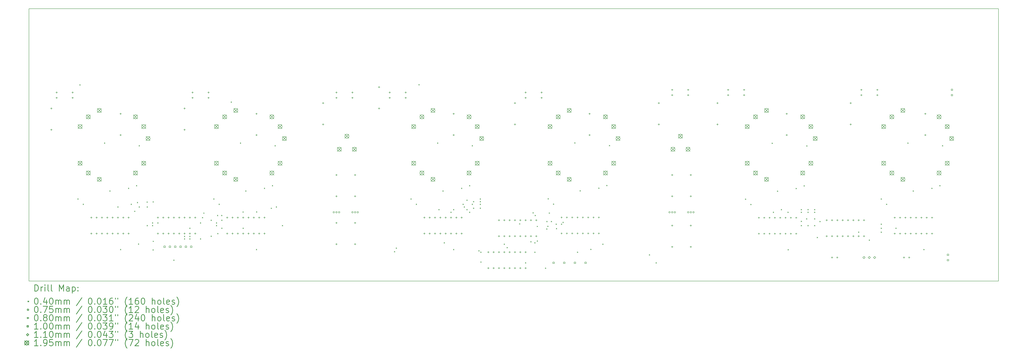
<source format=gbr>
%FSLAX45Y45*%
G04 Gerber Fmt 4.5, Leading zero omitted, Abs format (unit mm)*
G04 Created by KiCad (PCBNEW 5.0.2+dfsg1-1+deb10u1) date Sat 02 Dec 2023 09:06:39 PM EST*
%MOMM*%
%LPD*%
G01*
G04 APERTURE LIST*
%ADD10C,0.150000*%
%ADD11C,0.200000*%
%ADD12C,0.300000*%
G04 APERTURE END LIST*
D10*
X6047000Y-43500000D02*
X6047000Y-56500000D01*
X52253000Y-43500000D02*
X52253000Y-56500000D01*
D11*
X6047000Y-56500000D02*
X52253000Y-56500000D01*
D10*
X6047000Y-43500000D02*
X52253000Y-43500000D01*
D11*
X8362000Y-52558000D02*
X8402000Y-52598000D01*
X8402000Y-52558000D02*
X8362000Y-52598000D01*
X8460000Y-47120000D02*
X8500000Y-47160000D01*
X8500000Y-47120000D02*
X8460000Y-47160000D01*
X8616000Y-52812000D02*
X8656000Y-52852000D01*
X8656000Y-52812000D02*
X8616000Y-52852000D01*
X9632000Y-49891000D02*
X9672000Y-49931000D01*
X9672000Y-49891000D02*
X9632000Y-49931000D01*
X9886000Y-52177000D02*
X9926000Y-52217000D01*
X9926000Y-52177000D02*
X9886000Y-52217000D01*
X10267000Y-52939000D02*
X10307000Y-52979000D01*
X10307000Y-52939000D02*
X10267000Y-52979000D01*
X10394000Y-54971000D02*
X10434000Y-55011000D01*
X10434000Y-54971000D02*
X10394000Y-55011000D01*
X10775000Y-52050000D02*
X10815000Y-52090000D01*
X10815000Y-52050000D02*
X10775000Y-52090000D01*
X10902000Y-52812000D02*
X10942000Y-52852000D01*
X10942000Y-52812000D02*
X10902000Y-52852000D01*
X11070000Y-53150000D02*
X11110000Y-53190000D01*
X11110000Y-53150000D02*
X11070000Y-53190000D01*
X11156000Y-51923000D02*
X11196000Y-51963000D01*
X11196000Y-51923000D02*
X11156000Y-51963000D01*
X11200000Y-52730000D02*
X11240000Y-52770000D01*
X11240000Y-52730000D02*
X11200000Y-52770000D01*
X11250000Y-54710000D02*
X11290000Y-54750000D01*
X11290000Y-54710000D02*
X11250000Y-54750000D01*
X11283000Y-50018000D02*
X11323000Y-50058000D01*
X11323000Y-50018000D02*
X11283000Y-50058000D01*
X11283000Y-52939000D02*
X11323000Y-52979000D01*
X11323000Y-52939000D02*
X11283000Y-52979000D01*
X11660000Y-52710000D02*
X11700000Y-52750000D01*
X11700000Y-52710000D02*
X11660000Y-52750000D01*
X11664000Y-52939000D02*
X11704000Y-52979000D01*
X11704000Y-52939000D02*
X11664000Y-52979000D01*
X11664000Y-53828000D02*
X11704000Y-53868000D01*
X11704000Y-53828000D02*
X11664000Y-53868000D01*
X11918000Y-53701000D02*
X11958000Y-53741000D01*
X11958000Y-53701000D02*
X11918000Y-53741000D01*
X11918000Y-53828000D02*
X11958000Y-53868000D01*
X11958000Y-53828000D02*
X11918000Y-53868000D01*
X11943400Y-54991320D02*
X11983400Y-55031320D01*
X11983400Y-54991320D02*
X11943400Y-55031320D01*
X11950000Y-52700000D02*
X11990000Y-52740000D01*
X11990000Y-52700000D02*
X11950000Y-52740000D01*
X11953560Y-54579840D02*
X11993560Y-54619840D01*
X11993560Y-54579840D02*
X11953560Y-54619840D01*
X12172000Y-53701000D02*
X12212000Y-53741000D01*
X12212000Y-53701000D02*
X12172000Y-53741000D01*
X12934000Y-55479000D02*
X12974000Y-55519000D01*
X12974000Y-55479000D02*
X12934000Y-55519000D01*
X13442000Y-54349000D02*
X13482000Y-54389000D01*
X13482000Y-54349000D02*
X13442000Y-54389000D01*
X13442000Y-54463000D02*
X13482000Y-54503000D01*
X13482000Y-54463000D02*
X13442000Y-54503000D01*
X13696000Y-53955000D02*
X13736000Y-53995000D01*
X13736000Y-53955000D02*
X13696000Y-53995000D01*
X13696000Y-54349000D02*
X13736000Y-54389000D01*
X13736000Y-54349000D02*
X13696000Y-54389000D01*
X13696000Y-54463000D02*
X13736000Y-54503000D01*
X13736000Y-54463000D02*
X13696000Y-54503000D01*
X14204000Y-53701000D02*
X14244000Y-53741000D01*
X14244000Y-53701000D02*
X14204000Y-53741000D01*
X14204000Y-54463000D02*
X14244000Y-54503000D01*
X14244000Y-54463000D02*
X14204000Y-54503000D01*
X14300520Y-53447000D02*
X14340520Y-53487000D01*
X14340520Y-53447000D02*
X14300520Y-53487000D01*
X14366560Y-53233640D02*
X14406560Y-53273640D01*
X14406560Y-53233640D02*
X14366560Y-53273640D01*
X14712000Y-53574000D02*
X14752000Y-53614000D01*
X14752000Y-53574000D02*
X14712000Y-53614000D01*
X14712000Y-54336000D02*
X14752000Y-54376000D01*
X14752000Y-54336000D02*
X14712000Y-54376000D01*
X14839000Y-52558000D02*
X14879000Y-52598000D01*
X14879000Y-52558000D02*
X14839000Y-52598000D01*
X14966000Y-53701000D02*
X15006000Y-53741000D01*
X15006000Y-53701000D02*
X14966000Y-53741000D01*
X14966000Y-53828000D02*
X15006000Y-53868000D01*
X15006000Y-53828000D02*
X14966000Y-53868000D01*
X15016800Y-53345400D02*
X15056800Y-53385400D01*
X15056800Y-53345400D02*
X15016800Y-53385400D01*
X15029500Y-54209000D02*
X15069500Y-54249000D01*
X15069500Y-54209000D02*
X15029500Y-54249000D01*
X15093000Y-52812000D02*
X15133000Y-52852000D01*
X15133000Y-52812000D02*
X15093000Y-52852000D01*
X15214920Y-53345400D02*
X15254920Y-53385400D01*
X15254920Y-53345400D02*
X15214920Y-53385400D01*
X15220000Y-53574000D02*
X15260000Y-53614000D01*
X15260000Y-53574000D02*
X15220000Y-53614000D01*
X15220000Y-53955000D02*
X15260000Y-53995000D01*
X15260000Y-53955000D02*
X15220000Y-53995000D01*
X15670000Y-47940000D02*
X15710000Y-47980000D01*
X15710000Y-47940000D02*
X15670000Y-47980000D01*
X16109000Y-49891000D02*
X16149000Y-49931000D01*
X16149000Y-49891000D02*
X16109000Y-49931000D01*
X16230920Y-53182840D02*
X16270920Y-53222840D01*
X16270920Y-53182840D02*
X16230920Y-53222840D01*
X16236000Y-53955000D02*
X16276000Y-53995000D01*
X16276000Y-53955000D02*
X16236000Y-53995000D01*
X16363000Y-52177000D02*
X16403000Y-52217000D01*
X16403000Y-52177000D02*
X16363000Y-52217000D01*
X16871000Y-54971000D02*
X16911000Y-55011000D01*
X16911000Y-54971000D02*
X16871000Y-55011000D01*
X16881160Y-53177760D02*
X16921160Y-53217760D01*
X16921160Y-53177760D02*
X16881160Y-53217760D01*
X17252000Y-52050000D02*
X17292000Y-52090000D01*
X17292000Y-52050000D02*
X17252000Y-52090000D01*
X17577120Y-53005040D02*
X17617120Y-53045040D01*
X17617120Y-53005040D02*
X17577120Y-53045040D01*
X17633000Y-51923000D02*
X17673000Y-51963000D01*
X17673000Y-51923000D02*
X17633000Y-51963000D01*
X17760000Y-50018000D02*
X17800000Y-50058000D01*
X17800000Y-50018000D02*
X17760000Y-50058000D01*
X17820960Y-52939000D02*
X17860960Y-52979000D01*
X17860960Y-52939000D02*
X17820960Y-52979000D01*
X18110520Y-53828000D02*
X18150520Y-53868000D01*
X18150520Y-53828000D02*
X18110520Y-53868000D01*
X23454680Y-55077680D02*
X23494680Y-55117680D01*
X23494680Y-55077680D02*
X23454680Y-55117680D01*
X23538500Y-54907500D02*
X23578500Y-54947500D01*
X23578500Y-54907500D02*
X23538500Y-54947500D01*
X24237000Y-52558000D02*
X24277000Y-52598000D01*
X24277000Y-52558000D02*
X24237000Y-52598000D01*
X24491000Y-52812000D02*
X24531000Y-52852000D01*
X24531000Y-52812000D02*
X24491000Y-52852000D01*
X24620000Y-47110000D02*
X24660000Y-47150000D01*
X24660000Y-47110000D02*
X24620000Y-47150000D01*
X25507000Y-49891000D02*
X25547000Y-49931000D01*
X25547000Y-49891000D02*
X25507000Y-49931000D01*
X25570500Y-53066000D02*
X25610500Y-53106000D01*
X25610500Y-53066000D02*
X25570500Y-53106000D01*
X25761000Y-52177000D02*
X25801000Y-52217000D01*
X25801000Y-52177000D02*
X25761000Y-52217000D01*
X25824500Y-54653500D02*
X25864500Y-54693500D01*
X25864500Y-54653500D02*
X25824500Y-54693500D01*
X26142000Y-53193000D02*
X26182000Y-53233000D01*
X26182000Y-53193000D02*
X26142000Y-53233000D01*
X26269000Y-53066000D02*
X26309000Y-53106000D01*
X26309000Y-53066000D02*
X26269000Y-53106000D01*
X26269000Y-54971000D02*
X26309000Y-55011000D01*
X26309000Y-54971000D02*
X26269000Y-55011000D01*
X26650000Y-52050000D02*
X26690000Y-52090000D01*
X26690000Y-52050000D02*
X26650000Y-52090000D01*
X26722500Y-52812000D02*
X26762500Y-52852000D01*
X26762500Y-52812000D02*
X26722500Y-52852000D01*
X26777000Y-52939000D02*
X26817000Y-52979000D01*
X26817000Y-52939000D02*
X26777000Y-52979000D01*
X26904000Y-52621500D02*
X26944000Y-52661500D01*
X26944000Y-52621500D02*
X26904000Y-52661500D01*
X26904000Y-53066000D02*
X26944000Y-53106000D01*
X26944000Y-53066000D02*
X26904000Y-53106000D01*
X27031000Y-51923000D02*
X27071000Y-51963000D01*
X27071000Y-51923000D02*
X27031000Y-51963000D01*
X27031000Y-53193000D02*
X27071000Y-53233000D01*
X27071000Y-53193000D02*
X27031000Y-53233000D01*
X27158000Y-50018000D02*
X27198000Y-50058000D01*
X27198000Y-50018000D02*
X27158000Y-50058000D01*
X27158000Y-52812000D02*
X27198000Y-52852000D01*
X27198000Y-52812000D02*
X27158000Y-52852000D01*
X27221500Y-52685000D02*
X27261500Y-52725000D01*
X27261500Y-52685000D02*
X27221500Y-52725000D01*
X27221500Y-53002500D02*
X27261500Y-53042500D01*
X27261500Y-53002500D02*
X27221500Y-53042500D01*
X27475500Y-55034500D02*
X27515500Y-55074500D01*
X27515500Y-55034500D02*
X27475500Y-55074500D01*
X27539000Y-52558000D02*
X27579000Y-52598000D01*
X27579000Y-52558000D02*
X27539000Y-52598000D01*
X27539000Y-52685000D02*
X27579000Y-52725000D01*
X27579000Y-52685000D02*
X27539000Y-52725000D01*
X27539000Y-52812000D02*
X27579000Y-52852000D01*
X27579000Y-52812000D02*
X27539000Y-52852000D01*
X27539000Y-53002500D02*
X27579000Y-53042500D01*
X27579000Y-53002500D02*
X27539000Y-53042500D01*
X27569480Y-55098000D02*
X27609480Y-55138000D01*
X27609480Y-55098000D02*
X27569480Y-55138000D01*
X27569480Y-55570440D02*
X27609480Y-55610440D01*
X27609480Y-55570440D02*
X27569480Y-55610440D01*
X28682000Y-54717000D02*
X28722000Y-54757000D01*
X28722000Y-54717000D02*
X28682000Y-54757000D01*
X28824240Y-54879560D02*
X28864240Y-54919560D01*
X28864240Y-54879560D02*
X28824240Y-54919560D01*
X29418135Y-53751335D02*
X29458135Y-53791335D01*
X29458135Y-53751335D02*
X29418135Y-53791335D01*
X29698000Y-55606000D02*
X29738000Y-55646000D01*
X29738000Y-55606000D02*
X29698000Y-55646000D01*
X29952000Y-54602180D02*
X29992000Y-54642180D01*
X29992000Y-54602180D02*
X29952000Y-54642180D01*
X30058680Y-53223480D02*
X30098680Y-53263480D01*
X30098680Y-53223480D02*
X30058680Y-53263480D01*
X30142500Y-54653500D02*
X30182500Y-54693500D01*
X30182500Y-54653500D02*
X30142500Y-54693500D01*
X30142500Y-55098000D02*
X30182500Y-55138000D01*
X30182500Y-55098000D02*
X30142500Y-55138000D01*
X30160280Y-53350480D02*
X30200280Y-53390480D01*
X30200280Y-53350480D02*
X30160280Y-53390480D01*
X30256800Y-53868640D02*
X30296800Y-53908640D01*
X30296800Y-53868640D02*
X30256800Y-53908640D01*
X30256800Y-54569680D02*
X30296800Y-54609680D01*
X30296800Y-54569680D02*
X30256800Y-54609680D01*
X30650500Y-55860000D02*
X30690500Y-55900000D01*
X30690500Y-55860000D02*
X30650500Y-55900000D01*
X30708920Y-53990560D02*
X30748920Y-54030560D01*
X30748920Y-53990560D02*
X30708920Y-54030560D01*
X30714000Y-53637500D02*
X30754000Y-53677500D01*
X30754000Y-53637500D02*
X30714000Y-53677500D01*
X30759720Y-53863560D02*
X30799720Y-53903560D01*
X30799720Y-53863560D02*
X30759720Y-53903560D01*
X30776000Y-52551000D02*
X30816000Y-52591000D01*
X30816000Y-52551000D02*
X30776000Y-52591000D01*
X30830840Y-53233640D02*
X30870840Y-53273640D01*
X30870840Y-53233640D02*
X30830840Y-53273640D01*
X30932440Y-53634960D02*
X30972440Y-53674960D01*
X30972440Y-53634960D02*
X30932440Y-53674960D01*
X31030000Y-52805000D02*
X31070000Y-52845000D01*
X31070000Y-52805000D02*
X31030000Y-52845000D01*
X31158500Y-53764500D02*
X31198500Y-53804500D01*
X31198500Y-53764500D02*
X31158500Y-53804500D01*
X31171200Y-53975320D02*
X31211200Y-54015320D01*
X31211200Y-53975320D02*
X31171200Y-54015320D01*
X31412500Y-53764500D02*
X31452500Y-53804500D01*
X31452500Y-53764500D02*
X31412500Y-53804500D01*
X31486160Y-53680680D02*
X31526160Y-53720680D01*
X31526160Y-53680680D02*
X31486160Y-53720680D01*
X32046000Y-49884000D02*
X32086000Y-49924000D01*
X32086000Y-49884000D02*
X32046000Y-49924000D01*
X32174500Y-55098000D02*
X32214500Y-55138000D01*
X32214500Y-55098000D02*
X32174500Y-55138000D01*
X32300000Y-52170000D02*
X32340000Y-52210000D01*
X32340000Y-52170000D02*
X32300000Y-52210000D01*
X32808000Y-54964000D02*
X32848000Y-55004000D01*
X32848000Y-54964000D02*
X32808000Y-55004000D01*
X33189000Y-52043000D02*
X33229000Y-52083000D01*
X33229000Y-52043000D02*
X33189000Y-52083000D01*
X33381000Y-54717000D02*
X33421000Y-54757000D01*
X33421000Y-54717000D02*
X33381000Y-54757000D01*
X33570000Y-51916000D02*
X33610000Y-51956000D01*
X33610000Y-51916000D02*
X33570000Y-51956000D01*
X33697000Y-50011000D02*
X33737000Y-50051000D01*
X33737000Y-50011000D02*
X33697000Y-50051000D01*
X35603500Y-55225000D02*
X35643500Y-55265000D01*
X35643500Y-55225000D02*
X35603500Y-55265000D01*
X35921000Y-55606000D02*
X35961000Y-55646000D01*
X35961000Y-55606000D02*
X35921000Y-55646000D01*
X40187000Y-52568000D02*
X40227000Y-52608000D01*
X40227000Y-52568000D02*
X40187000Y-52608000D01*
X40441000Y-52822000D02*
X40481000Y-52862000D01*
X40481000Y-52822000D02*
X40441000Y-52862000D01*
X41457000Y-49901000D02*
X41497000Y-49941000D01*
X41497000Y-49901000D02*
X41457000Y-49941000D01*
X41509000Y-53193000D02*
X41549000Y-53233000D01*
X41549000Y-53193000D02*
X41509000Y-53233000D01*
X41711000Y-52187000D02*
X41751000Y-52227000D01*
X41751000Y-52187000D02*
X41711000Y-52227000D01*
X41890000Y-53066000D02*
X41930000Y-53106000D01*
X41930000Y-53066000D02*
X41890000Y-53106000D01*
X42207500Y-53193000D02*
X42247500Y-53233000D01*
X42247500Y-53193000D02*
X42207500Y-53233000D01*
X42219000Y-54981000D02*
X42259000Y-55021000D01*
X42259000Y-54981000D02*
X42219000Y-55021000D01*
X42600000Y-52060000D02*
X42640000Y-52100000D01*
X42640000Y-52060000D02*
X42600000Y-52100000D01*
X42842500Y-53066000D02*
X42882500Y-53106000D01*
X42882500Y-53066000D02*
X42842500Y-53106000D01*
X42842500Y-53193000D02*
X42882500Y-53233000D01*
X42882500Y-53193000D02*
X42842500Y-53233000D01*
X42842500Y-53628500D02*
X42882500Y-53668500D01*
X42882500Y-53628500D02*
X42842500Y-53668500D01*
X42842500Y-53828000D02*
X42882500Y-53868000D01*
X42882500Y-53828000D02*
X42842500Y-53868000D01*
X42981000Y-51933000D02*
X43021000Y-51973000D01*
X43021000Y-51933000D02*
X42981000Y-51973000D01*
X43096500Y-53510500D02*
X43136500Y-53550500D01*
X43136500Y-53510500D02*
X43096500Y-53550500D01*
X43108000Y-50028000D02*
X43148000Y-50068000D01*
X43148000Y-50028000D02*
X43108000Y-50068000D01*
X43160000Y-53066000D02*
X43200000Y-53106000D01*
X43200000Y-53066000D02*
X43160000Y-53106000D01*
X43160000Y-53193000D02*
X43200000Y-53233000D01*
X43200000Y-53193000D02*
X43160000Y-53233000D01*
X43160000Y-53828000D02*
X43200000Y-53868000D01*
X43200000Y-53828000D02*
X43160000Y-53868000D01*
X43477500Y-53066000D02*
X43517500Y-53106000D01*
X43517500Y-53066000D02*
X43477500Y-53106000D01*
X43477500Y-53193000D02*
X43517500Y-53233000D01*
X43517500Y-53193000D02*
X43477500Y-53233000D01*
X43477500Y-53510500D02*
X43517500Y-53550500D01*
X43517500Y-53510500D02*
X43477500Y-53550500D01*
X43477500Y-53828000D02*
X43517500Y-53868000D01*
X43517500Y-53828000D02*
X43477500Y-53868000D01*
X43604500Y-54399500D02*
X43644500Y-54439500D01*
X43644500Y-54399500D02*
X43604500Y-54439500D01*
X43731500Y-53637500D02*
X43771500Y-53677500D01*
X43771500Y-53637500D02*
X43731500Y-53677500D01*
X45573000Y-54145500D02*
X45613000Y-54185500D01*
X45613000Y-54145500D02*
X45573000Y-54185500D01*
X46081000Y-54526500D02*
X46121000Y-54566500D01*
X46121000Y-54526500D02*
X46081000Y-54566500D01*
X46652500Y-53764500D02*
X46692500Y-53804500D01*
X46692500Y-53764500D02*
X46652500Y-53804500D01*
X46652500Y-53955000D02*
X46692500Y-53995000D01*
X46692500Y-53955000D02*
X46652500Y-53995000D01*
X46652500Y-54145500D02*
X46692500Y-54185500D01*
X46692500Y-54145500D02*
X46652500Y-54185500D01*
X46656000Y-52561000D02*
X46696000Y-52601000D01*
X46696000Y-52561000D02*
X46656000Y-52601000D01*
X46910000Y-52815000D02*
X46950000Y-52855000D01*
X46950000Y-52815000D02*
X46910000Y-52855000D01*
X47351000Y-53955000D02*
X47391000Y-53995000D01*
X47391000Y-53955000D02*
X47351000Y-53995000D01*
X47926000Y-49894000D02*
X47966000Y-49934000D01*
X47966000Y-49894000D02*
X47926000Y-49934000D01*
X48180000Y-52180000D02*
X48220000Y-52220000D01*
X48220000Y-52180000D02*
X48180000Y-52220000D01*
X48688000Y-54974000D02*
X48728000Y-55014000D01*
X48728000Y-54974000D02*
X48688000Y-55014000D01*
X49069000Y-52053000D02*
X49109000Y-52093000D01*
X49109000Y-52053000D02*
X49069000Y-52093000D01*
X49450000Y-51926000D02*
X49490000Y-51966000D01*
X49490000Y-51926000D02*
X49450000Y-51966000D01*
X49577000Y-50021000D02*
X49617000Y-50061000D01*
X49617000Y-50021000D02*
X49577000Y-50061000D01*
X37502500Y-53213000D02*
G75*
G03X37502500Y-53213000I-37500J0D01*
G01*
X37629500Y-53213000D02*
G75*
G03X37629500Y-53213000I-37500J0D01*
G01*
X37756500Y-53213000D02*
G75*
G03X37756500Y-53213000I-37500J0D01*
G01*
X21500500Y-53213000D02*
G75*
G03X21500500Y-53213000I-37500J0D01*
G01*
X21627500Y-53213000D02*
G75*
G03X21627500Y-53213000I-37500J0D01*
G01*
X21754500Y-53213000D02*
G75*
G03X21754500Y-53213000I-37500J0D01*
G01*
X20611500Y-53213000D02*
G75*
G03X20611500Y-53213000I-37500J0D01*
G01*
X20738500Y-53213000D02*
G75*
G03X20738500Y-53213000I-37500J0D01*
G01*
X20865500Y-53213000D02*
G75*
G03X20865500Y-53213000I-37500J0D01*
G01*
X36613500Y-53213000D02*
G75*
G03X36613500Y-53213000I-37500J0D01*
G01*
X36740500Y-53213000D02*
G75*
G03X36740500Y-53213000I-37500J0D01*
G01*
X36867500Y-53213000D02*
G75*
G03X36867500Y-53213000I-37500J0D01*
G01*
X44069000Y-53554000D02*
X44069000Y-53634000D01*
X44029000Y-53594000D02*
X44109000Y-53594000D01*
X44069000Y-54316000D02*
X44069000Y-54396000D01*
X44029000Y-54356000D02*
X44109000Y-54356000D01*
X44323000Y-53554000D02*
X44323000Y-53634000D01*
X44283000Y-53594000D02*
X44363000Y-53594000D01*
X44323000Y-54316000D02*
X44323000Y-54396000D01*
X44283000Y-54356000D02*
X44363000Y-54356000D01*
X44577000Y-53554000D02*
X44577000Y-53634000D01*
X44537000Y-53594000D02*
X44617000Y-53594000D01*
X44577000Y-54316000D02*
X44577000Y-54396000D01*
X44537000Y-54356000D02*
X44617000Y-54356000D01*
X44831000Y-53554000D02*
X44831000Y-53634000D01*
X44791000Y-53594000D02*
X44871000Y-53594000D01*
X44831000Y-54316000D02*
X44831000Y-54396000D01*
X44791000Y-54356000D02*
X44871000Y-54356000D01*
X45085000Y-53554000D02*
X45085000Y-53634000D01*
X45045000Y-53594000D02*
X45125000Y-53594000D01*
X45085000Y-54316000D02*
X45085000Y-54396000D01*
X45045000Y-54356000D02*
X45125000Y-54356000D01*
X45339000Y-53554000D02*
X45339000Y-53634000D01*
X45299000Y-53594000D02*
X45379000Y-53594000D01*
X45339000Y-54316000D02*
X45339000Y-54396000D01*
X45299000Y-54356000D02*
X45379000Y-54356000D01*
X45593000Y-53554000D02*
X45593000Y-53634000D01*
X45553000Y-53594000D02*
X45633000Y-53594000D01*
X45593000Y-54316000D02*
X45593000Y-54396000D01*
X45553000Y-54356000D02*
X45633000Y-54356000D01*
X45847000Y-53554000D02*
X45847000Y-53634000D01*
X45807000Y-53594000D02*
X45887000Y-53594000D01*
X45847000Y-54316000D02*
X45847000Y-54396000D01*
X45807000Y-54356000D02*
X45887000Y-54356000D01*
X15494000Y-53427000D02*
X15494000Y-53507000D01*
X15454000Y-53467000D02*
X15534000Y-53467000D01*
X15494000Y-54189000D02*
X15494000Y-54269000D01*
X15454000Y-54229000D02*
X15534000Y-54229000D01*
X15748000Y-53427000D02*
X15748000Y-53507000D01*
X15708000Y-53467000D02*
X15788000Y-53467000D01*
X15748000Y-54189000D02*
X15748000Y-54269000D01*
X15708000Y-54229000D02*
X15788000Y-54229000D01*
X16002000Y-53427000D02*
X16002000Y-53507000D01*
X15962000Y-53467000D02*
X16042000Y-53467000D01*
X16002000Y-54189000D02*
X16002000Y-54269000D01*
X15962000Y-54229000D02*
X16042000Y-54229000D01*
X16256000Y-53427000D02*
X16256000Y-53507000D01*
X16216000Y-53467000D02*
X16296000Y-53467000D01*
X16256000Y-54189000D02*
X16256000Y-54269000D01*
X16216000Y-54229000D02*
X16296000Y-54229000D01*
X16510000Y-53427000D02*
X16510000Y-53507000D01*
X16470000Y-53467000D02*
X16550000Y-53467000D01*
X16510000Y-54189000D02*
X16510000Y-54269000D01*
X16470000Y-54229000D02*
X16550000Y-54229000D01*
X16764000Y-53427000D02*
X16764000Y-53507000D01*
X16724000Y-53467000D02*
X16804000Y-53467000D01*
X16764000Y-54189000D02*
X16764000Y-54269000D01*
X16724000Y-54229000D02*
X16804000Y-54229000D01*
X17018000Y-53427000D02*
X17018000Y-53507000D01*
X16978000Y-53467000D02*
X17058000Y-53467000D01*
X17018000Y-54189000D02*
X17018000Y-54269000D01*
X16978000Y-54229000D02*
X17058000Y-54229000D01*
X17272000Y-53427000D02*
X17272000Y-53507000D01*
X17232000Y-53467000D02*
X17312000Y-53467000D01*
X17272000Y-54189000D02*
X17272000Y-54269000D01*
X17232000Y-54229000D02*
X17312000Y-54229000D01*
X9017000Y-53427000D02*
X9017000Y-53507000D01*
X8977000Y-53467000D02*
X9057000Y-53467000D01*
X9017000Y-54189000D02*
X9017000Y-54269000D01*
X8977000Y-54229000D02*
X9057000Y-54229000D01*
X9271000Y-53427000D02*
X9271000Y-53507000D01*
X9231000Y-53467000D02*
X9311000Y-53467000D01*
X9271000Y-54189000D02*
X9271000Y-54269000D01*
X9231000Y-54229000D02*
X9311000Y-54229000D01*
X9525000Y-53427000D02*
X9525000Y-53507000D01*
X9485000Y-53467000D02*
X9565000Y-53467000D01*
X9525000Y-54189000D02*
X9525000Y-54269000D01*
X9485000Y-54229000D02*
X9565000Y-54229000D01*
X9779000Y-53427000D02*
X9779000Y-53507000D01*
X9739000Y-53467000D02*
X9819000Y-53467000D01*
X9779000Y-54189000D02*
X9779000Y-54269000D01*
X9739000Y-54229000D02*
X9819000Y-54229000D01*
X10033000Y-53427000D02*
X10033000Y-53507000D01*
X9993000Y-53467000D02*
X10073000Y-53467000D01*
X10033000Y-54189000D02*
X10033000Y-54269000D01*
X9993000Y-54229000D02*
X10073000Y-54229000D01*
X10287000Y-53427000D02*
X10287000Y-53507000D01*
X10247000Y-53467000D02*
X10327000Y-53467000D01*
X10287000Y-54189000D02*
X10287000Y-54269000D01*
X10247000Y-54229000D02*
X10327000Y-54229000D01*
X10541000Y-53427000D02*
X10541000Y-53507000D01*
X10501000Y-53467000D02*
X10581000Y-53467000D01*
X10541000Y-54189000D02*
X10541000Y-54269000D01*
X10501000Y-54229000D02*
X10581000Y-54229000D01*
X10795000Y-53427000D02*
X10795000Y-53507000D01*
X10755000Y-53467000D02*
X10835000Y-53467000D01*
X10795000Y-54189000D02*
X10795000Y-54269000D01*
X10755000Y-54229000D02*
X10835000Y-54229000D01*
X16891000Y-48474000D02*
X16891000Y-48554000D01*
X16851000Y-48514000D02*
X16931000Y-48514000D01*
X16891000Y-49490000D02*
X16891000Y-49570000D01*
X16851000Y-49530000D02*
X16931000Y-49530000D01*
X21590000Y-53681000D02*
X21590000Y-53761000D01*
X21550000Y-53721000D02*
X21630000Y-53721000D01*
X21590000Y-54697000D02*
X21590000Y-54777000D01*
X21550000Y-54737000D02*
X21630000Y-54737000D01*
X13462000Y-48220000D02*
X13462000Y-48300000D01*
X13422000Y-48260000D02*
X13502000Y-48260000D01*
X13462000Y-49236000D02*
X13462000Y-49316000D01*
X13422000Y-49276000D02*
X13502000Y-49276000D01*
X28448000Y-53554000D02*
X28448000Y-53634000D01*
X28408000Y-53594000D02*
X28488000Y-53594000D01*
X28448000Y-54316000D02*
X28448000Y-54396000D01*
X28408000Y-54356000D02*
X28488000Y-54356000D01*
X28702000Y-53554000D02*
X28702000Y-53634000D01*
X28662000Y-53594000D02*
X28742000Y-53594000D01*
X28702000Y-54316000D02*
X28702000Y-54396000D01*
X28662000Y-54356000D02*
X28742000Y-54356000D01*
X28956000Y-53554000D02*
X28956000Y-53634000D01*
X28916000Y-53594000D02*
X28996000Y-53594000D01*
X28956000Y-54316000D02*
X28956000Y-54396000D01*
X28916000Y-54356000D02*
X28996000Y-54356000D01*
X29210000Y-53554000D02*
X29210000Y-53634000D01*
X29170000Y-53594000D02*
X29250000Y-53594000D01*
X29210000Y-54316000D02*
X29210000Y-54396000D01*
X29170000Y-54356000D02*
X29250000Y-54356000D01*
X29464000Y-53554000D02*
X29464000Y-53634000D01*
X29424000Y-53594000D02*
X29504000Y-53594000D01*
X29464000Y-54316000D02*
X29464000Y-54396000D01*
X29424000Y-54356000D02*
X29504000Y-54356000D01*
X29718000Y-53554000D02*
X29718000Y-53634000D01*
X29678000Y-53594000D02*
X29758000Y-53594000D01*
X29718000Y-54316000D02*
X29718000Y-54396000D01*
X29678000Y-54356000D02*
X29758000Y-54356000D01*
X29972000Y-53554000D02*
X29972000Y-53634000D01*
X29932000Y-53594000D02*
X30012000Y-53594000D01*
X29972000Y-54316000D02*
X29972000Y-54396000D01*
X29932000Y-54356000D02*
X30012000Y-54356000D01*
X30226000Y-53554000D02*
X30226000Y-53634000D01*
X30186000Y-53594000D02*
X30266000Y-53594000D01*
X30226000Y-54316000D02*
X30226000Y-54396000D01*
X30186000Y-54356000D02*
X30266000Y-54356000D01*
X24892000Y-53427000D02*
X24892000Y-53507000D01*
X24852000Y-53467000D02*
X24932000Y-53467000D01*
X24892000Y-54189000D02*
X24892000Y-54269000D01*
X24852000Y-54229000D02*
X24932000Y-54229000D01*
X25146000Y-53427000D02*
X25146000Y-53507000D01*
X25106000Y-53467000D02*
X25186000Y-53467000D01*
X25146000Y-54189000D02*
X25146000Y-54269000D01*
X25106000Y-54229000D02*
X25186000Y-54229000D01*
X25400000Y-53427000D02*
X25400000Y-53507000D01*
X25360000Y-53467000D02*
X25440000Y-53467000D01*
X25400000Y-54189000D02*
X25400000Y-54269000D01*
X25360000Y-54229000D02*
X25440000Y-54229000D01*
X25654000Y-53427000D02*
X25654000Y-53507000D01*
X25614000Y-53467000D02*
X25694000Y-53467000D01*
X25654000Y-54189000D02*
X25654000Y-54269000D01*
X25614000Y-54229000D02*
X25694000Y-54229000D01*
X25908000Y-53427000D02*
X25908000Y-53507000D01*
X25868000Y-53467000D02*
X25948000Y-53467000D01*
X25908000Y-54189000D02*
X25908000Y-54269000D01*
X25868000Y-54229000D02*
X25948000Y-54229000D01*
X26162000Y-53427000D02*
X26162000Y-53507000D01*
X26122000Y-53467000D02*
X26202000Y-53467000D01*
X26162000Y-54189000D02*
X26162000Y-54269000D01*
X26122000Y-54229000D02*
X26202000Y-54229000D01*
X26416000Y-53427000D02*
X26416000Y-53507000D01*
X26376000Y-53467000D02*
X26456000Y-53467000D01*
X26416000Y-54189000D02*
X26416000Y-54269000D01*
X26376000Y-54229000D02*
X26456000Y-54229000D01*
X26670000Y-53427000D02*
X26670000Y-53507000D01*
X26630000Y-53467000D02*
X26710000Y-53467000D01*
X26670000Y-54189000D02*
X26670000Y-54269000D01*
X26630000Y-54229000D02*
X26710000Y-54229000D01*
X47312000Y-53430000D02*
X47312000Y-53510000D01*
X47272000Y-53470000D02*
X47352000Y-53470000D01*
X47312000Y-54192000D02*
X47312000Y-54272000D01*
X47272000Y-54232000D02*
X47352000Y-54232000D01*
X47566000Y-53430000D02*
X47566000Y-53510000D01*
X47526000Y-53470000D02*
X47606000Y-53470000D01*
X47566000Y-54192000D02*
X47566000Y-54272000D01*
X47526000Y-54232000D02*
X47606000Y-54232000D01*
X47820000Y-53430000D02*
X47820000Y-53510000D01*
X47780000Y-53470000D02*
X47860000Y-53470000D01*
X47820000Y-54192000D02*
X47820000Y-54272000D01*
X47780000Y-54232000D02*
X47860000Y-54232000D01*
X48074000Y-53430000D02*
X48074000Y-53510000D01*
X48034000Y-53470000D02*
X48114000Y-53470000D01*
X48074000Y-54192000D02*
X48074000Y-54272000D01*
X48034000Y-54232000D02*
X48114000Y-54232000D01*
X48328000Y-53430000D02*
X48328000Y-53510000D01*
X48288000Y-53470000D02*
X48368000Y-53470000D01*
X48328000Y-54192000D02*
X48328000Y-54272000D01*
X48288000Y-54232000D02*
X48368000Y-54232000D01*
X48582000Y-53430000D02*
X48582000Y-53510000D01*
X48542000Y-53470000D02*
X48622000Y-53470000D01*
X48582000Y-54192000D02*
X48582000Y-54272000D01*
X48542000Y-54232000D02*
X48622000Y-54232000D01*
X48836000Y-53430000D02*
X48836000Y-53510000D01*
X48796000Y-53470000D02*
X48876000Y-53470000D01*
X48836000Y-54192000D02*
X48836000Y-54272000D01*
X48796000Y-54232000D02*
X48876000Y-54232000D01*
X49090000Y-53430000D02*
X49090000Y-53510000D01*
X49050000Y-53470000D02*
X49130000Y-53470000D01*
X49090000Y-54192000D02*
X49090000Y-54272000D01*
X49050000Y-54232000D02*
X49130000Y-54232000D01*
X44323000Y-55332000D02*
X44323000Y-55412000D01*
X44283000Y-55372000D02*
X44363000Y-55372000D01*
X44573000Y-55332000D02*
X44573000Y-55412000D01*
X44533000Y-55372000D02*
X44613000Y-55372000D01*
X36068000Y-47966000D02*
X36068000Y-48046000D01*
X36028000Y-48006000D02*
X36108000Y-48006000D01*
X36068000Y-48982000D02*
X36068000Y-49062000D01*
X36028000Y-49022000D02*
X36108000Y-49022000D01*
X20701000Y-53681000D02*
X20701000Y-53761000D01*
X20661000Y-53721000D02*
X20741000Y-53721000D01*
X20701000Y-54697000D02*
X20701000Y-54777000D01*
X20661000Y-54737000D02*
X20741000Y-54737000D01*
X7112000Y-48220000D02*
X7112000Y-48300000D01*
X7072000Y-48260000D02*
X7152000Y-48260000D01*
X7112000Y-49236000D02*
X7112000Y-49316000D01*
X7072000Y-49276000D02*
X7152000Y-49276000D01*
X27940000Y-55078000D02*
X27940000Y-55158000D01*
X27900000Y-55118000D02*
X27980000Y-55118000D01*
X27940000Y-55840000D02*
X27940000Y-55920000D01*
X27900000Y-55880000D02*
X27980000Y-55880000D01*
X28194000Y-55078000D02*
X28194000Y-55158000D01*
X28154000Y-55118000D02*
X28234000Y-55118000D01*
X28194000Y-55840000D02*
X28194000Y-55920000D01*
X28154000Y-55880000D02*
X28234000Y-55880000D01*
X28448000Y-55078000D02*
X28448000Y-55158000D01*
X28408000Y-55118000D02*
X28488000Y-55118000D01*
X28448000Y-55840000D02*
X28448000Y-55920000D01*
X28408000Y-55880000D02*
X28488000Y-55880000D01*
X28702000Y-55078000D02*
X28702000Y-55158000D01*
X28662000Y-55118000D02*
X28742000Y-55118000D01*
X28702000Y-55840000D02*
X28702000Y-55920000D01*
X28662000Y-55880000D02*
X28742000Y-55880000D01*
X28956000Y-55078000D02*
X28956000Y-55158000D01*
X28916000Y-55118000D02*
X28996000Y-55118000D01*
X28956000Y-55840000D02*
X28956000Y-55920000D01*
X28916000Y-55880000D02*
X28996000Y-55880000D01*
X29210000Y-55078000D02*
X29210000Y-55158000D01*
X29170000Y-55118000D02*
X29250000Y-55118000D01*
X29210000Y-55840000D02*
X29210000Y-55920000D01*
X29170000Y-55880000D02*
X29250000Y-55880000D01*
X29464000Y-55078000D02*
X29464000Y-55158000D01*
X29424000Y-55118000D02*
X29504000Y-55118000D01*
X29464000Y-55840000D02*
X29464000Y-55920000D01*
X29424000Y-55880000D02*
X29504000Y-55880000D01*
X29718000Y-55078000D02*
X29718000Y-55158000D01*
X29678000Y-55118000D02*
X29758000Y-55118000D01*
X29718000Y-55840000D02*
X29718000Y-55920000D01*
X29678000Y-55880000D02*
X29758000Y-55880000D01*
X20701000Y-47458000D02*
X20701000Y-47538000D01*
X20661000Y-47498000D02*
X20741000Y-47498000D01*
X20701000Y-47712000D02*
X20701000Y-47792000D01*
X20661000Y-47752000D02*
X20741000Y-47752000D01*
X21463000Y-47458000D02*
X21463000Y-47538000D01*
X21423000Y-47498000D02*
X21503000Y-47498000D01*
X21463000Y-47712000D02*
X21463000Y-47792000D01*
X21423000Y-47752000D02*
X21503000Y-47752000D01*
X12192000Y-53427000D02*
X12192000Y-53507000D01*
X12152000Y-53467000D02*
X12232000Y-53467000D01*
X12192000Y-54189000D02*
X12192000Y-54269000D01*
X12152000Y-54229000D02*
X12232000Y-54229000D01*
X12446000Y-53427000D02*
X12446000Y-53507000D01*
X12406000Y-53467000D02*
X12486000Y-53467000D01*
X12446000Y-54189000D02*
X12446000Y-54269000D01*
X12406000Y-54229000D02*
X12486000Y-54229000D01*
X12700000Y-53427000D02*
X12700000Y-53507000D01*
X12660000Y-53467000D02*
X12740000Y-53467000D01*
X12700000Y-54189000D02*
X12700000Y-54269000D01*
X12660000Y-54229000D02*
X12740000Y-54229000D01*
X12954000Y-53427000D02*
X12954000Y-53507000D01*
X12914000Y-53467000D02*
X12994000Y-53467000D01*
X12954000Y-54189000D02*
X12954000Y-54269000D01*
X12914000Y-54229000D02*
X12994000Y-54229000D01*
X13208000Y-53427000D02*
X13208000Y-53507000D01*
X13168000Y-53467000D02*
X13248000Y-53467000D01*
X13208000Y-54189000D02*
X13208000Y-54269000D01*
X13168000Y-54229000D02*
X13248000Y-54229000D01*
X13462000Y-53427000D02*
X13462000Y-53507000D01*
X13422000Y-53467000D02*
X13502000Y-53467000D01*
X13462000Y-54189000D02*
X13462000Y-54269000D01*
X13422000Y-54229000D02*
X13502000Y-54229000D01*
X13716000Y-53427000D02*
X13716000Y-53507000D01*
X13676000Y-53467000D02*
X13756000Y-53467000D01*
X13716000Y-54189000D02*
X13716000Y-54269000D01*
X13676000Y-54229000D02*
X13756000Y-54229000D01*
X13970000Y-53427000D02*
X13970000Y-53507000D01*
X13930000Y-53467000D02*
X14010000Y-53467000D01*
X13970000Y-54189000D02*
X13970000Y-54269000D01*
X13930000Y-54229000D02*
X14010000Y-54229000D01*
X45720000Y-47331000D02*
X45720000Y-47411000D01*
X45680000Y-47371000D02*
X45760000Y-47371000D01*
X45720000Y-47585000D02*
X45720000Y-47665000D01*
X45680000Y-47625000D02*
X45760000Y-47625000D01*
X46482000Y-47331000D02*
X46482000Y-47411000D01*
X46442000Y-47371000D02*
X46522000Y-47371000D01*
X46482000Y-47585000D02*
X46482000Y-47665000D01*
X46442000Y-47625000D02*
X46522000Y-47625000D01*
X36703000Y-51395000D02*
X36703000Y-51475000D01*
X36663000Y-51435000D02*
X36743000Y-51435000D01*
X36703000Y-52411000D02*
X36703000Y-52491000D01*
X36663000Y-52451000D02*
X36743000Y-52451000D01*
X29210000Y-47966000D02*
X29210000Y-48046000D01*
X29170000Y-48006000D02*
X29250000Y-48006000D01*
X29210000Y-48982000D02*
X29210000Y-49062000D01*
X29170000Y-49022000D02*
X29250000Y-49022000D01*
X20066000Y-47966000D02*
X20066000Y-48046000D01*
X20026000Y-48006000D02*
X20106000Y-48006000D01*
X20066000Y-48982000D02*
X20066000Y-49062000D01*
X20026000Y-49022000D02*
X20106000Y-49022000D01*
X36703000Y-53808000D02*
X36703000Y-53888000D01*
X36663000Y-53848000D02*
X36743000Y-53848000D01*
X36703000Y-54824000D02*
X36703000Y-54904000D01*
X36663000Y-54864000D02*
X36743000Y-54864000D01*
X48768000Y-48474000D02*
X48768000Y-48554000D01*
X48728000Y-48514000D02*
X48808000Y-48514000D01*
X48768000Y-49490000D02*
X48768000Y-49570000D01*
X48728000Y-49530000D02*
X48808000Y-49530000D01*
X38862000Y-47966000D02*
X38862000Y-48046000D01*
X38822000Y-48006000D02*
X38902000Y-48006000D01*
X38862000Y-48982000D02*
X38862000Y-49062000D01*
X38822000Y-49022000D02*
X38902000Y-49022000D01*
X32766000Y-48474000D02*
X32766000Y-48554000D01*
X32726000Y-48514000D02*
X32806000Y-48514000D01*
X32766000Y-49490000D02*
X32766000Y-49570000D01*
X32726000Y-49530000D02*
X32806000Y-49530000D01*
X37592000Y-51395000D02*
X37592000Y-51475000D01*
X37552000Y-51435000D02*
X37632000Y-51435000D01*
X37592000Y-52411000D02*
X37592000Y-52491000D01*
X37552000Y-52451000D02*
X37632000Y-52451000D01*
X20701000Y-51395000D02*
X20701000Y-51475000D01*
X20661000Y-51435000D02*
X20741000Y-51435000D01*
X20701000Y-52411000D02*
X20701000Y-52491000D01*
X20661000Y-52451000D02*
X20741000Y-52451000D01*
X22733000Y-47204000D02*
X22733000Y-47284000D01*
X22693000Y-47244000D02*
X22773000Y-47244000D01*
X22733000Y-48220000D02*
X22733000Y-48300000D01*
X22693000Y-48260000D02*
X22773000Y-48260000D01*
X31432000Y-53420000D02*
X31432000Y-53500000D01*
X31392000Y-53460000D02*
X31472000Y-53460000D01*
X31432000Y-54182000D02*
X31432000Y-54262000D01*
X31392000Y-54222000D02*
X31472000Y-54222000D01*
X31686000Y-53420000D02*
X31686000Y-53500000D01*
X31646000Y-53460000D02*
X31726000Y-53460000D01*
X31686000Y-54182000D02*
X31686000Y-54262000D01*
X31646000Y-54222000D02*
X31726000Y-54222000D01*
X31940000Y-53420000D02*
X31940000Y-53500000D01*
X31900000Y-53460000D02*
X31980000Y-53460000D01*
X31940000Y-54182000D02*
X31940000Y-54262000D01*
X31900000Y-54222000D02*
X31980000Y-54222000D01*
X32194000Y-53420000D02*
X32194000Y-53500000D01*
X32154000Y-53460000D02*
X32234000Y-53460000D01*
X32194000Y-54182000D02*
X32194000Y-54262000D01*
X32154000Y-54222000D02*
X32234000Y-54222000D01*
X32448000Y-53420000D02*
X32448000Y-53500000D01*
X32408000Y-53460000D02*
X32488000Y-53460000D01*
X32448000Y-54182000D02*
X32448000Y-54262000D01*
X32408000Y-54222000D02*
X32488000Y-54222000D01*
X32702000Y-53420000D02*
X32702000Y-53500000D01*
X32662000Y-53460000D02*
X32742000Y-53460000D01*
X32702000Y-54182000D02*
X32702000Y-54262000D01*
X32662000Y-54222000D02*
X32742000Y-54222000D01*
X32956000Y-53420000D02*
X32956000Y-53500000D01*
X32916000Y-53460000D02*
X32996000Y-53460000D01*
X32956000Y-54182000D02*
X32956000Y-54262000D01*
X32916000Y-54222000D02*
X32996000Y-54222000D01*
X33210000Y-53420000D02*
X33210000Y-53500000D01*
X33170000Y-53460000D02*
X33250000Y-53460000D01*
X33210000Y-54182000D02*
X33210000Y-54262000D01*
X33170000Y-54222000D02*
X33250000Y-54222000D01*
X40838120Y-53432080D02*
X40838120Y-53512080D01*
X40798120Y-53472080D02*
X40878120Y-53472080D01*
X40838120Y-54194080D02*
X40838120Y-54274080D01*
X40798120Y-54234080D02*
X40878120Y-54234080D01*
X41092120Y-53432080D02*
X41092120Y-53512080D01*
X41052120Y-53472080D02*
X41132120Y-53472080D01*
X41092120Y-54194080D02*
X41092120Y-54274080D01*
X41052120Y-54234080D02*
X41132120Y-54234080D01*
X41346120Y-53432080D02*
X41346120Y-53512080D01*
X41306120Y-53472080D02*
X41386120Y-53472080D01*
X41346120Y-54194080D02*
X41346120Y-54274080D01*
X41306120Y-54234080D02*
X41386120Y-54234080D01*
X41600120Y-53432080D02*
X41600120Y-53512080D01*
X41560120Y-53472080D02*
X41640120Y-53472080D01*
X41600120Y-54194080D02*
X41600120Y-54274080D01*
X41560120Y-54234080D02*
X41640120Y-54234080D01*
X41854120Y-53432080D02*
X41854120Y-53512080D01*
X41814120Y-53472080D02*
X41894120Y-53472080D01*
X41854120Y-54194080D02*
X41854120Y-54274080D01*
X41814120Y-54234080D02*
X41894120Y-54234080D01*
X42108120Y-53432080D02*
X42108120Y-53512080D01*
X42068120Y-53472080D02*
X42148120Y-53472080D01*
X42108120Y-54194080D02*
X42108120Y-54274080D01*
X42068120Y-54234080D02*
X42148120Y-54234080D01*
X42362120Y-53432080D02*
X42362120Y-53512080D01*
X42322120Y-53472080D02*
X42402120Y-53472080D01*
X42362120Y-54194080D02*
X42362120Y-54274080D01*
X42322120Y-54234080D02*
X42402120Y-54234080D01*
X42616120Y-53432080D02*
X42616120Y-53512080D01*
X42576120Y-53472080D02*
X42656120Y-53472080D01*
X42616120Y-54194080D02*
X42616120Y-54274080D01*
X42576120Y-54234080D02*
X42656120Y-54234080D01*
X45212000Y-47966000D02*
X45212000Y-48046000D01*
X45172000Y-48006000D02*
X45252000Y-48006000D01*
X45212000Y-48982000D02*
X45212000Y-49062000D01*
X45172000Y-49022000D02*
X45252000Y-49022000D01*
X42164000Y-48474000D02*
X42164000Y-48554000D01*
X42124000Y-48514000D02*
X42204000Y-48514000D01*
X42164000Y-49490000D02*
X42164000Y-49570000D01*
X42124000Y-49530000D02*
X42204000Y-49530000D01*
X7366000Y-47458000D02*
X7366000Y-47538000D01*
X7326000Y-47498000D02*
X7406000Y-47498000D01*
X7366000Y-47712000D02*
X7366000Y-47792000D01*
X7326000Y-47752000D02*
X7406000Y-47752000D01*
X8128000Y-47458000D02*
X8128000Y-47538000D01*
X8088000Y-47498000D02*
X8168000Y-47498000D01*
X8128000Y-47712000D02*
X8128000Y-47792000D01*
X8088000Y-47752000D02*
X8168000Y-47752000D01*
X39370000Y-47331000D02*
X39370000Y-47411000D01*
X39330000Y-47371000D02*
X39410000Y-47371000D01*
X39370000Y-47585000D02*
X39370000Y-47665000D01*
X39330000Y-47625000D02*
X39410000Y-47625000D01*
X40132000Y-47331000D02*
X40132000Y-47411000D01*
X40092000Y-47371000D02*
X40172000Y-47371000D01*
X40132000Y-47585000D02*
X40132000Y-47665000D01*
X40092000Y-47625000D02*
X40172000Y-47625000D01*
X13843000Y-47458000D02*
X13843000Y-47538000D01*
X13803000Y-47498000D02*
X13883000Y-47498000D01*
X13843000Y-47712000D02*
X13843000Y-47792000D01*
X13803000Y-47752000D02*
X13883000Y-47752000D01*
X14605000Y-47458000D02*
X14605000Y-47538000D01*
X14565000Y-47498000D02*
X14645000Y-47498000D01*
X14605000Y-47712000D02*
X14605000Y-47792000D01*
X14565000Y-47752000D02*
X14645000Y-47752000D01*
X36703000Y-47331000D02*
X36703000Y-47411000D01*
X36663000Y-47371000D02*
X36743000Y-47371000D01*
X36703000Y-47585000D02*
X36703000Y-47665000D01*
X36663000Y-47625000D02*
X36743000Y-47625000D01*
X37465000Y-47331000D02*
X37465000Y-47411000D01*
X37425000Y-47371000D02*
X37505000Y-47371000D01*
X37465000Y-47585000D02*
X37465000Y-47665000D01*
X37425000Y-47625000D02*
X37505000Y-47625000D01*
X10414000Y-48474000D02*
X10414000Y-48554000D01*
X10374000Y-48514000D02*
X10454000Y-48514000D01*
X10414000Y-49490000D02*
X10414000Y-49570000D01*
X10374000Y-49530000D02*
X10454000Y-49530000D01*
X37592000Y-53808000D02*
X37592000Y-53888000D01*
X37552000Y-53848000D02*
X37632000Y-53848000D01*
X37592000Y-54824000D02*
X37592000Y-54904000D01*
X37552000Y-54864000D02*
X37632000Y-54864000D01*
X29718000Y-47458000D02*
X29718000Y-47538000D01*
X29678000Y-47498000D02*
X29758000Y-47498000D01*
X29718000Y-47712000D02*
X29718000Y-47792000D01*
X29678000Y-47752000D02*
X29758000Y-47752000D01*
X30480000Y-47458000D02*
X30480000Y-47538000D01*
X30440000Y-47498000D02*
X30520000Y-47498000D01*
X30480000Y-47712000D02*
X30480000Y-47792000D01*
X30440000Y-47752000D02*
X30520000Y-47752000D01*
X21590000Y-51395000D02*
X21590000Y-51475000D01*
X21550000Y-51435000D02*
X21630000Y-51435000D01*
X21590000Y-52411000D02*
X21590000Y-52491000D01*
X21550000Y-52451000D02*
X21630000Y-52451000D01*
X26289000Y-48474000D02*
X26289000Y-48554000D01*
X26249000Y-48514000D02*
X26329000Y-48514000D01*
X26289000Y-49490000D02*
X26289000Y-49570000D01*
X26249000Y-49530000D02*
X26329000Y-49530000D01*
X23241000Y-47458000D02*
X23241000Y-47538000D01*
X23201000Y-47498000D02*
X23281000Y-47498000D01*
X23241000Y-47712000D02*
X23241000Y-47792000D01*
X23201000Y-47752000D02*
X23281000Y-47752000D01*
X24003000Y-47458000D02*
X24003000Y-47538000D01*
X23963000Y-47498000D02*
X24043000Y-47498000D01*
X24003000Y-47712000D02*
X24003000Y-47792000D01*
X23963000Y-47752000D02*
X24043000Y-47752000D01*
X47752000Y-55332000D02*
X47752000Y-55412000D01*
X47712000Y-55372000D02*
X47792000Y-55372000D01*
X48002000Y-55332000D02*
X48002000Y-55412000D01*
X47962000Y-55372000D02*
X48042000Y-55372000D01*
X12545356Y-54895356D02*
X12545356Y-54824644D01*
X12474644Y-54824644D01*
X12474644Y-54895356D01*
X12545356Y-54895356D01*
X12799356Y-54895356D02*
X12799356Y-54824644D01*
X12728644Y-54824644D01*
X12728644Y-54895356D01*
X12799356Y-54895356D01*
X13053356Y-54895356D02*
X13053356Y-54824644D01*
X12982644Y-54824644D01*
X12982644Y-54895356D01*
X13053356Y-54895356D01*
X13307356Y-54895356D02*
X13307356Y-54824644D01*
X13236644Y-54824644D01*
X13236644Y-54895356D01*
X13307356Y-54895356D01*
X13561356Y-54895356D02*
X13561356Y-54824644D01*
X13490644Y-54824644D01*
X13490644Y-54895356D01*
X13561356Y-54895356D01*
X13815356Y-54895356D02*
X13815356Y-54824644D01*
X13744644Y-54824644D01*
X13744644Y-54895356D01*
X13815356Y-54895356D01*
X32102856Y-55661356D02*
X32102856Y-55590644D01*
X32032144Y-55590644D01*
X32032144Y-55661356D01*
X32102856Y-55661356D01*
X31594856Y-55661356D02*
X31594856Y-55590644D01*
X31524144Y-55590644D01*
X31524144Y-55661356D01*
X31594856Y-55661356D01*
X50073356Y-47406356D02*
X50073356Y-47335644D01*
X50002644Y-47335644D01*
X50002644Y-47406356D01*
X50073356Y-47406356D01*
X50073356Y-47660356D02*
X50073356Y-47589644D01*
X50002644Y-47589644D01*
X50002644Y-47660356D01*
X50073356Y-47660356D01*
X31086856Y-55661356D02*
X31086856Y-55590644D01*
X31016144Y-55590644D01*
X31016144Y-55661356D01*
X31086856Y-55661356D01*
X49882856Y-55280356D02*
X49882856Y-55209644D01*
X49812144Y-55209644D01*
X49812144Y-55280356D01*
X49882856Y-55280356D01*
X49882856Y-55534356D02*
X49882856Y-55463644D01*
X49812144Y-55463644D01*
X49812144Y-55534356D01*
X49882856Y-55534356D01*
X32610856Y-55661356D02*
X32610856Y-55590644D01*
X32540144Y-55590644D01*
X32540144Y-55661356D01*
X32610856Y-55661356D01*
X45847000Y-55427000D02*
X45902000Y-55372000D01*
X45847000Y-55317000D01*
X45792000Y-55372000D01*
X45847000Y-55427000D01*
X46101000Y-55427000D02*
X46156000Y-55372000D01*
X46101000Y-55317000D01*
X46046000Y-55372000D01*
X46101000Y-55427000D01*
X46355000Y-55427000D02*
X46410000Y-55372000D01*
X46355000Y-55317000D01*
X46300000Y-55372000D01*
X46355000Y-55427000D01*
X24286960Y-49027500D02*
X24481960Y-49222500D01*
X24481960Y-49027500D02*
X24286960Y-49222500D01*
X24481960Y-49125000D02*
G75*
G03X24481960Y-49125000I-97500J0D01*
G01*
X24286960Y-50777500D02*
X24481960Y-50972500D01*
X24481960Y-50777500D02*
X24286960Y-50972500D01*
X24481960Y-50875000D02*
G75*
G03X24481960Y-50875000I-97500J0D01*
G01*
X24677620Y-48561920D02*
X24872620Y-48756920D01*
X24872620Y-48561920D02*
X24677620Y-48756920D01*
X24872620Y-48659420D02*
G75*
G03X24872620Y-48659420I-97500J0D01*
G01*
X24677620Y-51243080D02*
X24872620Y-51438080D01*
X24872620Y-51243080D02*
X24677620Y-51438080D01*
X24872620Y-51340580D02*
G75*
G03X24872620Y-51340580I-97500J0D01*
G01*
X25203960Y-48258040D02*
X25398960Y-48453040D01*
X25398960Y-48258040D02*
X25203960Y-48453040D01*
X25398960Y-48355540D02*
G75*
G03X25398960Y-48355540I-97500J0D01*
G01*
X25203960Y-51546960D02*
X25398960Y-51741960D01*
X25398960Y-51546960D02*
X25203960Y-51741960D01*
X25398960Y-51644460D02*
G75*
G03X25398960Y-51644460I-97500J0D01*
G01*
X26927380Y-48561920D02*
X27122380Y-48756920D01*
X27122380Y-48561920D02*
X26927380Y-48756920D01*
X27122380Y-48659420D02*
G75*
G03X27122380Y-48659420I-97500J0D01*
G01*
X26927380Y-51243080D02*
X27122380Y-51438080D01*
X27122380Y-51243080D02*
X26927380Y-51438080D01*
X27122380Y-51340580D02*
G75*
G03X27122380Y-51340580I-97500J0D01*
G01*
X27318040Y-49027500D02*
X27513040Y-49222500D01*
X27513040Y-49027500D02*
X27318040Y-49222500D01*
X27513040Y-49125000D02*
G75*
G03X27513040Y-49125000I-97500J0D01*
G01*
X27318040Y-50777500D02*
X27513040Y-50972500D01*
X27513040Y-50777500D02*
X27318040Y-50972500D01*
X27513040Y-50875000D02*
G75*
G03X27513040Y-50875000I-97500J0D01*
G01*
X27525910Y-49598620D02*
X27720910Y-49793620D01*
X27720910Y-49598620D02*
X27525910Y-49793620D01*
X27720910Y-49696120D02*
G75*
G03X27720910Y-49696120I-97500J0D01*
G01*
X20743100Y-50110000D02*
X20938100Y-50305000D01*
X20938100Y-50110000D02*
X20743100Y-50305000D01*
X20938100Y-50207500D02*
G75*
G03X20938100Y-50207500I-97500J0D01*
G01*
X21102500Y-49487500D02*
X21297500Y-49682500D01*
X21297500Y-49487500D02*
X21102500Y-49682500D01*
X21297500Y-49585000D02*
G75*
G03X21297500Y-49585000I-97500J0D01*
G01*
X21461900Y-50110000D02*
X21656900Y-50305000D01*
X21656900Y-50110000D02*
X21461900Y-50305000D01*
X21656900Y-50207500D02*
G75*
G03X21656900Y-50207500I-97500J0D01*
G01*
X40186960Y-49027500D02*
X40381960Y-49222500D01*
X40381960Y-49027500D02*
X40186960Y-49222500D01*
X40381960Y-49125000D02*
G75*
G03X40381960Y-49125000I-97500J0D01*
G01*
X40186960Y-50777500D02*
X40381960Y-50972500D01*
X40381960Y-50777500D02*
X40186960Y-50972500D01*
X40381960Y-50875000D02*
G75*
G03X40381960Y-50875000I-97500J0D01*
G01*
X40577620Y-48561920D02*
X40772620Y-48756920D01*
X40772620Y-48561920D02*
X40577620Y-48756920D01*
X40772620Y-48659420D02*
G75*
G03X40772620Y-48659420I-97500J0D01*
G01*
X40577620Y-51243080D02*
X40772620Y-51438080D01*
X40772620Y-51243080D02*
X40577620Y-51438080D01*
X40772620Y-51340580D02*
G75*
G03X40772620Y-51340580I-97500J0D01*
G01*
X41103960Y-48258040D02*
X41298960Y-48453040D01*
X41298960Y-48258040D02*
X41103960Y-48453040D01*
X41298960Y-48355540D02*
G75*
G03X41298960Y-48355540I-97500J0D01*
G01*
X41103960Y-51546960D02*
X41298960Y-51741960D01*
X41298960Y-51546960D02*
X41103960Y-51741960D01*
X41298960Y-51644460D02*
G75*
G03X41298960Y-51644460I-97500J0D01*
G01*
X42827380Y-48561920D02*
X43022380Y-48756920D01*
X43022380Y-48561920D02*
X42827380Y-48756920D01*
X43022380Y-48659420D02*
G75*
G03X43022380Y-48659420I-97500J0D01*
G01*
X42827380Y-51243080D02*
X43022380Y-51438080D01*
X43022380Y-51243080D02*
X42827380Y-51438080D01*
X43022380Y-51340580D02*
G75*
G03X43022380Y-51340580I-97500J0D01*
G01*
X43218040Y-49027500D02*
X43413040Y-49222500D01*
X43413040Y-49027500D02*
X43218040Y-49222500D01*
X43413040Y-49125000D02*
G75*
G03X43413040Y-49125000I-97500J0D01*
G01*
X43218040Y-50777500D02*
X43413040Y-50972500D01*
X43413040Y-50777500D02*
X43218040Y-50972500D01*
X43413040Y-50875000D02*
G75*
G03X43413040Y-50875000I-97500J0D01*
G01*
X43425910Y-49598620D02*
X43620910Y-49793620D01*
X43620910Y-49598620D02*
X43425910Y-49793620D01*
X43620910Y-49696120D02*
G75*
G03X43620910Y-49696120I-97500J0D01*
G01*
X30786960Y-49027500D02*
X30981960Y-49222500D01*
X30981960Y-49027500D02*
X30786960Y-49222500D01*
X30981960Y-49125000D02*
G75*
G03X30981960Y-49125000I-97500J0D01*
G01*
X30786960Y-50777500D02*
X30981960Y-50972500D01*
X30981960Y-50777500D02*
X30786960Y-50972500D01*
X30981960Y-50875000D02*
G75*
G03X30981960Y-50875000I-97500J0D01*
G01*
X31177620Y-48561920D02*
X31372620Y-48756920D01*
X31372620Y-48561920D02*
X31177620Y-48756920D01*
X31372620Y-48659420D02*
G75*
G03X31372620Y-48659420I-97500J0D01*
G01*
X31177620Y-51243080D02*
X31372620Y-51438080D01*
X31372620Y-51243080D02*
X31177620Y-51438080D01*
X31372620Y-51340580D02*
G75*
G03X31372620Y-51340580I-97500J0D01*
G01*
X31703960Y-48258040D02*
X31898960Y-48453040D01*
X31898960Y-48258040D02*
X31703960Y-48453040D01*
X31898960Y-48355540D02*
G75*
G03X31898960Y-48355540I-97500J0D01*
G01*
X31703960Y-51546960D02*
X31898960Y-51741960D01*
X31898960Y-51546960D02*
X31703960Y-51741960D01*
X31898960Y-51644460D02*
G75*
G03X31898960Y-51644460I-97500J0D01*
G01*
X33427380Y-48561920D02*
X33622380Y-48756920D01*
X33622380Y-48561920D02*
X33427380Y-48756920D01*
X33622380Y-48659420D02*
G75*
G03X33622380Y-48659420I-97500J0D01*
G01*
X33427380Y-51243080D02*
X33622380Y-51438080D01*
X33622380Y-51243080D02*
X33427380Y-51438080D01*
X33622380Y-51340580D02*
G75*
G03X33622380Y-51340580I-97500J0D01*
G01*
X33818040Y-49027500D02*
X34013040Y-49222500D01*
X34013040Y-49027500D02*
X33818040Y-49222500D01*
X34013040Y-49125000D02*
G75*
G03X34013040Y-49125000I-97500J0D01*
G01*
X33818040Y-50777500D02*
X34013040Y-50972500D01*
X34013040Y-50777500D02*
X33818040Y-50972500D01*
X34013040Y-50875000D02*
G75*
G03X34013040Y-50875000I-97500J0D01*
G01*
X34025910Y-49598620D02*
X34220910Y-49793620D01*
X34220910Y-49598620D02*
X34025910Y-49793620D01*
X34220910Y-49696120D02*
G75*
G03X34220910Y-49696120I-97500J0D01*
G01*
X8386960Y-49027500D02*
X8581960Y-49222500D01*
X8581960Y-49027500D02*
X8386960Y-49222500D01*
X8581960Y-49125000D02*
G75*
G03X8581960Y-49125000I-97500J0D01*
G01*
X8386960Y-50777500D02*
X8581960Y-50972500D01*
X8581960Y-50777500D02*
X8386960Y-50972500D01*
X8581960Y-50875000D02*
G75*
G03X8581960Y-50875000I-97500J0D01*
G01*
X8777620Y-48561920D02*
X8972620Y-48756920D01*
X8972620Y-48561920D02*
X8777620Y-48756920D01*
X8972620Y-48659420D02*
G75*
G03X8972620Y-48659420I-97500J0D01*
G01*
X8777620Y-51243080D02*
X8972620Y-51438080D01*
X8972620Y-51243080D02*
X8777620Y-51438080D01*
X8972620Y-51340580D02*
G75*
G03X8972620Y-51340580I-97500J0D01*
G01*
X9303960Y-48258040D02*
X9498960Y-48453040D01*
X9498960Y-48258040D02*
X9303960Y-48453040D01*
X9498960Y-48355540D02*
G75*
G03X9498960Y-48355540I-97500J0D01*
G01*
X9303960Y-51546960D02*
X9498960Y-51741960D01*
X9498960Y-51546960D02*
X9303960Y-51741960D01*
X9498960Y-51644460D02*
G75*
G03X9498960Y-51644460I-97500J0D01*
G01*
X11027380Y-48561920D02*
X11222380Y-48756920D01*
X11222380Y-48561920D02*
X11027380Y-48756920D01*
X11222380Y-48659420D02*
G75*
G03X11222380Y-48659420I-97500J0D01*
G01*
X11027380Y-51243080D02*
X11222380Y-51438080D01*
X11222380Y-51243080D02*
X11027380Y-51438080D01*
X11222380Y-51340580D02*
G75*
G03X11222380Y-51340580I-97500J0D01*
G01*
X11418040Y-49027500D02*
X11613040Y-49222500D01*
X11613040Y-49027500D02*
X11418040Y-49222500D01*
X11613040Y-49125000D02*
G75*
G03X11613040Y-49125000I-97500J0D01*
G01*
X11418040Y-50777500D02*
X11613040Y-50972500D01*
X11613040Y-50777500D02*
X11418040Y-50972500D01*
X11613040Y-50875000D02*
G75*
G03X11613040Y-50875000I-97500J0D01*
G01*
X11625910Y-49598620D02*
X11820910Y-49793620D01*
X11820910Y-49598620D02*
X11625910Y-49793620D01*
X11820910Y-49696120D02*
G75*
G03X11820910Y-49696120I-97500J0D01*
G01*
X46686960Y-49027500D02*
X46881960Y-49222500D01*
X46881960Y-49027500D02*
X46686960Y-49222500D01*
X46881960Y-49125000D02*
G75*
G03X46881960Y-49125000I-97500J0D01*
G01*
X46686960Y-50777500D02*
X46881960Y-50972500D01*
X46881960Y-50777500D02*
X46686960Y-50972500D01*
X46881960Y-50875000D02*
G75*
G03X46881960Y-50875000I-97500J0D01*
G01*
X47077620Y-48561920D02*
X47272620Y-48756920D01*
X47272620Y-48561920D02*
X47077620Y-48756920D01*
X47272620Y-48659420D02*
G75*
G03X47272620Y-48659420I-97500J0D01*
G01*
X47077620Y-51243080D02*
X47272620Y-51438080D01*
X47272620Y-51243080D02*
X47077620Y-51438080D01*
X47272620Y-51340580D02*
G75*
G03X47272620Y-51340580I-97500J0D01*
G01*
X47603960Y-48258040D02*
X47798960Y-48453040D01*
X47798960Y-48258040D02*
X47603960Y-48453040D01*
X47798960Y-48355540D02*
G75*
G03X47798960Y-48355540I-97500J0D01*
G01*
X47603960Y-51546960D02*
X47798960Y-51741960D01*
X47798960Y-51546960D02*
X47603960Y-51741960D01*
X47798960Y-51644460D02*
G75*
G03X47798960Y-51644460I-97500J0D01*
G01*
X49327380Y-48561920D02*
X49522380Y-48756920D01*
X49522380Y-48561920D02*
X49327380Y-48756920D01*
X49522380Y-48659420D02*
G75*
G03X49522380Y-48659420I-97500J0D01*
G01*
X49327380Y-51243080D02*
X49522380Y-51438080D01*
X49522380Y-51243080D02*
X49327380Y-51438080D01*
X49522380Y-51340580D02*
G75*
G03X49522380Y-51340580I-97500J0D01*
G01*
X49718040Y-49027500D02*
X49913040Y-49222500D01*
X49913040Y-49027500D02*
X49718040Y-49222500D01*
X49913040Y-49125000D02*
G75*
G03X49913040Y-49125000I-97500J0D01*
G01*
X49718040Y-50777500D02*
X49913040Y-50972500D01*
X49913040Y-50777500D02*
X49718040Y-50972500D01*
X49913040Y-50875000D02*
G75*
G03X49913040Y-50875000I-97500J0D01*
G01*
X49925910Y-49598620D02*
X50120910Y-49793620D01*
X50120910Y-49598620D02*
X49925910Y-49793620D01*
X50120910Y-49696120D02*
G75*
G03X50120910Y-49696120I-97500J0D01*
G01*
X36643100Y-50110000D02*
X36838100Y-50305000D01*
X36838100Y-50110000D02*
X36643100Y-50305000D01*
X36838100Y-50207500D02*
G75*
G03X36838100Y-50207500I-97500J0D01*
G01*
X37002500Y-49487500D02*
X37197500Y-49682500D01*
X37197500Y-49487500D02*
X37002500Y-49682500D01*
X37197500Y-49585000D02*
G75*
G03X37197500Y-49585000I-97500J0D01*
G01*
X37361900Y-50110000D02*
X37556900Y-50305000D01*
X37556900Y-50110000D02*
X37361900Y-50305000D01*
X37556900Y-50207500D02*
G75*
G03X37556900Y-50207500I-97500J0D01*
G01*
X14886960Y-49027500D02*
X15081960Y-49222500D01*
X15081960Y-49027500D02*
X14886960Y-49222500D01*
X15081960Y-49125000D02*
G75*
G03X15081960Y-49125000I-97500J0D01*
G01*
X14886960Y-50777500D02*
X15081960Y-50972500D01*
X15081960Y-50777500D02*
X14886960Y-50972500D01*
X15081960Y-50875000D02*
G75*
G03X15081960Y-50875000I-97500J0D01*
G01*
X15277620Y-48561920D02*
X15472620Y-48756920D01*
X15472620Y-48561920D02*
X15277620Y-48756920D01*
X15472620Y-48659420D02*
G75*
G03X15472620Y-48659420I-97500J0D01*
G01*
X15277620Y-51243080D02*
X15472620Y-51438080D01*
X15472620Y-51243080D02*
X15277620Y-51438080D01*
X15472620Y-51340580D02*
G75*
G03X15472620Y-51340580I-97500J0D01*
G01*
X15803960Y-48258040D02*
X15998960Y-48453040D01*
X15998960Y-48258040D02*
X15803960Y-48453040D01*
X15998960Y-48355540D02*
G75*
G03X15998960Y-48355540I-97500J0D01*
G01*
X15803960Y-51546960D02*
X15998960Y-51741960D01*
X15998960Y-51546960D02*
X15803960Y-51741960D01*
X15998960Y-51644460D02*
G75*
G03X15998960Y-51644460I-97500J0D01*
G01*
X17527380Y-48561920D02*
X17722380Y-48756920D01*
X17722380Y-48561920D02*
X17527380Y-48756920D01*
X17722380Y-48659420D02*
G75*
G03X17722380Y-48659420I-97500J0D01*
G01*
X17527380Y-51243080D02*
X17722380Y-51438080D01*
X17722380Y-51243080D02*
X17527380Y-51438080D01*
X17722380Y-51340580D02*
G75*
G03X17722380Y-51340580I-97500J0D01*
G01*
X17918040Y-49027500D02*
X18113040Y-49222500D01*
X18113040Y-49027500D02*
X17918040Y-49222500D01*
X18113040Y-49125000D02*
G75*
G03X18113040Y-49125000I-97500J0D01*
G01*
X17918040Y-50777500D02*
X18113040Y-50972500D01*
X18113040Y-50777500D02*
X17918040Y-50972500D01*
X18113040Y-50875000D02*
G75*
G03X18113040Y-50875000I-97500J0D01*
G01*
X18125910Y-49598620D02*
X18320910Y-49793620D01*
X18320910Y-49598620D02*
X18125910Y-49793620D01*
X18320910Y-49696120D02*
G75*
G03X18320910Y-49696120I-97500J0D01*
G01*
D12*
X6323428Y-56975714D02*
X6323428Y-56675714D01*
X6394857Y-56675714D01*
X6437714Y-56690000D01*
X6466286Y-56718571D01*
X6480571Y-56747143D01*
X6494857Y-56804286D01*
X6494857Y-56847143D01*
X6480571Y-56904286D01*
X6466286Y-56932857D01*
X6437714Y-56961429D01*
X6394857Y-56975714D01*
X6323428Y-56975714D01*
X6623428Y-56975714D02*
X6623428Y-56775714D01*
X6623428Y-56832857D02*
X6637714Y-56804286D01*
X6652000Y-56790000D01*
X6680571Y-56775714D01*
X6709143Y-56775714D01*
X6809143Y-56975714D02*
X6809143Y-56775714D01*
X6809143Y-56675714D02*
X6794857Y-56690000D01*
X6809143Y-56704286D01*
X6823428Y-56690000D01*
X6809143Y-56675714D01*
X6809143Y-56704286D01*
X6994857Y-56975714D02*
X6966286Y-56961429D01*
X6952000Y-56932857D01*
X6952000Y-56675714D01*
X7152000Y-56975714D02*
X7123428Y-56961429D01*
X7109143Y-56932857D01*
X7109143Y-56675714D01*
X7494857Y-56975714D02*
X7494857Y-56675714D01*
X7594857Y-56890000D01*
X7694857Y-56675714D01*
X7694857Y-56975714D01*
X7966286Y-56975714D02*
X7966286Y-56818571D01*
X7952000Y-56790000D01*
X7923428Y-56775714D01*
X7866286Y-56775714D01*
X7837714Y-56790000D01*
X7966286Y-56961429D02*
X7937714Y-56975714D01*
X7866286Y-56975714D01*
X7837714Y-56961429D01*
X7823428Y-56932857D01*
X7823428Y-56904286D01*
X7837714Y-56875714D01*
X7866286Y-56861429D01*
X7937714Y-56861429D01*
X7966286Y-56847143D01*
X8109143Y-56775714D02*
X8109143Y-57075714D01*
X8109143Y-56790000D02*
X8137714Y-56775714D01*
X8194857Y-56775714D01*
X8223428Y-56790000D01*
X8237714Y-56804286D01*
X8252000Y-56832857D01*
X8252000Y-56918571D01*
X8237714Y-56947143D01*
X8223428Y-56961429D01*
X8194857Y-56975714D01*
X8137714Y-56975714D01*
X8109143Y-56961429D01*
X8380571Y-56947143D02*
X8394857Y-56961429D01*
X8380571Y-56975714D01*
X8366286Y-56961429D01*
X8380571Y-56947143D01*
X8380571Y-56975714D01*
X8380571Y-56790000D02*
X8394857Y-56804286D01*
X8380571Y-56818571D01*
X8366286Y-56804286D01*
X8380571Y-56790000D01*
X8380571Y-56818571D01*
X5997000Y-57450000D02*
X6037000Y-57490000D01*
X6037000Y-57450000D02*
X5997000Y-57490000D01*
X6380571Y-57305714D02*
X6409143Y-57305714D01*
X6437714Y-57320000D01*
X6452000Y-57334286D01*
X6466286Y-57362857D01*
X6480571Y-57420000D01*
X6480571Y-57491429D01*
X6466286Y-57548571D01*
X6452000Y-57577143D01*
X6437714Y-57591429D01*
X6409143Y-57605714D01*
X6380571Y-57605714D01*
X6352000Y-57591429D01*
X6337714Y-57577143D01*
X6323428Y-57548571D01*
X6309143Y-57491429D01*
X6309143Y-57420000D01*
X6323428Y-57362857D01*
X6337714Y-57334286D01*
X6352000Y-57320000D01*
X6380571Y-57305714D01*
X6609143Y-57577143D02*
X6623428Y-57591429D01*
X6609143Y-57605714D01*
X6594857Y-57591429D01*
X6609143Y-57577143D01*
X6609143Y-57605714D01*
X6880571Y-57405714D02*
X6880571Y-57605714D01*
X6809143Y-57291429D02*
X6737714Y-57505714D01*
X6923428Y-57505714D01*
X7094857Y-57305714D02*
X7123428Y-57305714D01*
X7152000Y-57320000D01*
X7166286Y-57334286D01*
X7180571Y-57362857D01*
X7194857Y-57420000D01*
X7194857Y-57491429D01*
X7180571Y-57548571D01*
X7166286Y-57577143D01*
X7152000Y-57591429D01*
X7123428Y-57605714D01*
X7094857Y-57605714D01*
X7066286Y-57591429D01*
X7052000Y-57577143D01*
X7037714Y-57548571D01*
X7023428Y-57491429D01*
X7023428Y-57420000D01*
X7037714Y-57362857D01*
X7052000Y-57334286D01*
X7066286Y-57320000D01*
X7094857Y-57305714D01*
X7323428Y-57605714D02*
X7323428Y-57405714D01*
X7323428Y-57434286D02*
X7337714Y-57420000D01*
X7366286Y-57405714D01*
X7409143Y-57405714D01*
X7437714Y-57420000D01*
X7452000Y-57448571D01*
X7452000Y-57605714D01*
X7452000Y-57448571D02*
X7466286Y-57420000D01*
X7494857Y-57405714D01*
X7537714Y-57405714D01*
X7566286Y-57420000D01*
X7580571Y-57448571D01*
X7580571Y-57605714D01*
X7723428Y-57605714D02*
X7723428Y-57405714D01*
X7723428Y-57434286D02*
X7737714Y-57420000D01*
X7766286Y-57405714D01*
X7809143Y-57405714D01*
X7837714Y-57420000D01*
X7852000Y-57448571D01*
X7852000Y-57605714D01*
X7852000Y-57448571D02*
X7866286Y-57420000D01*
X7894857Y-57405714D01*
X7937714Y-57405714D01*
X7966286Y-57420000D01*
X7980571Y-57448571D01*
X7980571Y-57605714D01*
X8566286Y-57291429D02*
X8309143Y-57677143D01*
X8952000Y-57305714D02*
X8980571Y-57305714D01*
X9009143Y-57320000D01*
X9023428Y-57334286D01*
X9037714Y-57362857D01*
X9052000Y-57420000D01*
X9052000Y-57491429D01*
X9037714Y-57548571D01*
X9023428Y-57577143D01*
X9009143Y-57591429D01*
X8980571Y-57605714D01*
X8952000Y-57605714D01*
X8923428Y-57591429D01*
X8909143Y-57577143D01*
X8894857Y-57548571D01*
X8880571Y-57491429D01*
X8880571Y-57420000D01*
X8894857Y-57362857D01*
X8909143Y-57334286D01*
X8923428Y-57320000D01*
X8952000Y-57305714D01*
X9180571Y-57577143D02*
X9194857Y-57591429D01*
X9180571Y-57605714D01*
X9166286Y-57591429D01*
X9180571Y-57577143D01*
X9180571Y-57605714D01*
X9380571Y-57305714D02*
X9409143Y-57305714D01*
X9437714Y-57320000D01*
X9452000Y-57334286D01*
X9466286Y-57362857D01*
X9480571Y-57420000D01*
X9480571Y-57491429D01*
X9466286Y-57548571D01*
X9452000Y-57577143D01*
X9437714Y-57591429D01*
X9409143Y-57605714D01*
X9380571Y-57605714D01*
X9352000Y-57591429D01*
X9337714Y-57577143D01*
X9323428Y-57548571D01*
X9309143Y-57491429D01*
X9309143Y-57420000D01*
X9323428Y-57362857D01*
X9337714Y-57334286D01*
X9352000Y-57320000D01*
X9380571Y-57305714D01*
X9766286Y-57605714D02*
X9594857Y-57605714D01*
X9680571Y-57605714D02*
X9680571Y-57305714D01*
X9652000Y-57348571D01*
X9623428Y-57377143D01*
X9594857Y-57391429D01*
X10023428Y-57305714D02*
X9966286Y-57305714D01*
X9937714Y-57320000D01*
X9923428Y-57334286D01*
X9894857Y-57377143D01*
X9880571Y-57434286D01*
X9880571Y-57548571D01*
X9894857Y-57577143D01*
X9909143Y-57591429D01*
X9937714Y-57605714D01*
X9994857Y-57605714D01*
X10023428Y-57591429D01*
X10037714Y-57577143D01*
X10052000Y-57548571D01*
X10052000Y-57477143D01*
X10037714Y-57448571D01*
X10023428Y-57434286D01*
X9994857Y-57420000D01*
X9937714Y-57420000D01*
X9909143Y-57434286D01*
X9894857Y-57448571D01*
X9880571Y-57477143D01*
X10166286Y-57305714D02*
X10166286Y-57362857D01*
X10280571Y-57305714D02*
X10280571Y-57362857D01*
X10723428Y-57720000D02*
X10709143Y-57705714D01*
X10680571Y-57662857D01*
X10666286Y-57634286D01*
X10652000Y-57591429D01*
X10637714Y-57520000D01*
X10637714Y-57462857D01*
X10652000Y-57391429D01*
X10666286Y-57348571D01*
X10680571Y-57320000D01*
X10709143Y-57277143D01*
X10723428Y-57262857D01*
X10994857Y-57605714D02*
X10823428Y-57605714D01*
X10909143Y-57605714D02*
X10909143Y-57305714D01*
X10880571Y-57348571D01*
X10852000Y-57377143D01*
X10823428Y-57391429D01*
X11252000Y-57305714D02*
X11194857Y-57305714D01*
X11166286Y-57320000D01*
X11152000Y-57334286D01*
X11123428Y-57377143D01*
X11109143Y-57434286D01*
X11109143Y-57548571D01*
X11123428Y-57577143D01*
X11137714Y-57591429D01*
X11166286Y-57605714D01*
X11223428Y-57605714D01*
X11252000Y-57591429D01*
X11266286Y-57577143D01*
X11280571Y-57548571D01*
X11280571Y-57477143D01*
X11266286Y-57448571D01*
X11252000Y-57434286D01*
X11223428Y-57420000D01*
X11166286Y-57420000D01*
X11137714Y-57434286D01*
X11123428Y-57448571D01*
X11109143Y-57477143D01*
X11466286Y-57305714D02*
X11494857Y-57305714D01*
X11523428Y-57320000D01*
X11537714Y-57334286D01*
X11552000Y-57362857D01*
X11566286Y-57420000D01*
X11566286Y-57491429D01*
X11552000Y-57548571D01*
X11537714Y-57577143D01*
X11523428Y-57591429D01*
X11494857Y-57605714D01*
X11466286Y-57605714D01*
X11437714Y-57591429D01*
X11423428Y-57577143D01*
X11409143Y-57548571D01*
X11394857Y-57491429D01*
X11394857Y-57420000D01*
X11409143Y-57362857D01*
X11423428Y-57334286D01*
X11437714Y-57320000D01*
X11466286Y-57305714D01*
X11923428Y-57605714D02*
X11923428Y-57305714D01*
X12052000Y-57605714D02*
X12052000Y-57448571D01*
X12037714Y-57420000D01*
X12009143Y-57405714D01*
X11966286Y-57405714D01*
X11937714Y-57420000D01*
X11923428Y-57434286D01*
X12237714Y-57605714D02*
X12209143Y-57591429D01*
X12194857Y-57577143D01*
X12180571Y-57548571D01*
X12180571Y-57462857D01*
X12194857Y-57434286D01*
X12209143Y-57420000D01*
X12237714Y-57405714D01*
X12280571Y-57405714D01*
X12309143Y-57420000D01*
X12323428Y-57434286D01*
X12337714Y-57462857D01*
X12337714Y-57548571D01*
X12323428Y-57577143D01*
X12309143Y-57591429D01*
X12280571Y-57605714D01*
X12237714Y-57605714D01*
X12509143Y-57605714D02*
X12480571Y-57591429D01*
X12466286Y-57562857D01*
X12466286Y-57305714D01*
X12737714Y-57591429D02*
X12709143Y-57605714D01*
X12652000Y-57605714D01*
X12623428Y-57591429D01*
X12609143Y-57562857D01*
X12609143Y-57448571D01*
X12623428Y-57420000D01*
X12652000Y-57405714D01*
X12709143Y-57405714D01*
X12737714Y-57420000D01*
X12752000Y-57448571D01*
X12752000Y-57477143D01*
X12609143Y-57505714D01*
X12866286Y-57591429D02*
X12894857Y-57605714D01*
X12952000Y-57605714D01*
X12980571Y-57591429D01*
X12994857Y-57562857D01*
X12994857Y-57548571D01*
X12980571Y-57520000D01*
X12952000Y-57505714D01*
X12909143Y-57505714D01*
X12880571Y-57491429D01*
X12866286Y-57462857D01*
X12866286Y-57448571D01*
X12880571Y-57420000D01*
X12909143Y-57405714D01*
X12952000Y-57405714D01*
X12980571Y-57420000D01*
X13094857Y-57720000D02*
X13109143Y-57705714D01*
X13137714Y-57662857D01*
X13152000Y-57634286D01*
X13166286Y-57591429D01*
X13180571Y-57520000D01*
X13180571Y-57462857D01*
X13166286Y-57391429D01*
X13152000Y-57348571D01*
X13137714Y-57320000D01*
X13109143Y-57277143D01*
X13094857Y-57262857D01*
X6037000Y-57866000D02*
G75*
G03X6037000Y-57866000I-37500J0D01*
G01*
X6380571Y-57701714D02*
X6409143Y-57701714D01*
X6437714Y-57716000D01*
X6452000Y-57730286D01*
X6466286Y-57758857D01*
X6480571Y-57816000D01*
X6480571Y-57887429D01*
X6466286Y-57944571D01*
X6452000Y-57973143D01*
X6437714Y-57987429D01*
X6409143Y-58001714D01*
X6380571Y-58001714D01*
X6352000Y-57987429D01*
X6337714Y-57973143D01*
X6323428Y-57944571D01*
X6309143Y-57887429D01*
X6309143Y-57816000D01*
X6323428Y-57758857D01*
X6337714Y-57730286D01*
X6352000Y-57716000D01*
X6380571Y-57701714D01*
X6609143Y-57973143D02*
X6623428Y-57987429D01*
X6609143Y-58001714D01*
X6594857Y-57987429D01*
X6609143Y-57973143D01*
X6609143Y-58001714D01*
X6723428Y-57701714D02*
X6923428Y-57701714D01*
X6794857Y-58001714D01*
X7180571Y-57701714D02*
X7037714Y-57701714D01*
X7023428Y-57844571D01*
X7037714Y-57830286D01*
X7066286Y-57816000D01*
X7137714Y-57816000D01*
X7166286Y-57830286D01*
X7180571Y-57844571D01*
X7194857Y-57873143D01*
X7194857Y-57944571D01*
X7180571Y-57973143D01*
X7166286Y-57987429D01*
X7137714Y-58001714D01*
X7066286Y-58001714D01*
X7037714Y-57987429D01*
X7023428Y-57973143D01*
X7323428Y-58001714D02*
X7323428Y-57801714D01*
X7323428Y-57830286D02*
X7337714Y-57816000D01*
X7366286Y-57801714D01*
X7409143Y-57801714D01*
X7437714Y-57816000D01*
X7452000Y-57844571D01*
X7452000Y-58001714D01*
X7452000Y-57844571D02*
X7466286Y-57816000D01*
X7494857Y-57801714D01*
X7537714Y-57801714D01*
X7566286Y-57816000D01*
X7580571Y-57844571D01*
X7580571Y-58001714D01*
X7723428Y-58001714D02*
X7723428Y-57801714D01*
X7723428Y-57830286D02*
X7737714Y-57816000D01*
X7766286Y-57801714D01*
X7809143Y-57801714D01*
X7837714Y-57816000D01*
X7852000Y-57844571D01*
X7852000Y-58001714D01*
X7852000Y-57844571D02*
X7866286Y-57816000D01*
X7894857Y-57801714D01*
X7937714Y-57801714D01*
X7966286Y-57816000D01*
X7980571Y-57844571D01*
X7980571Y-58001714D01*
X8566286Y-57687429D02*
X8309143Y-58073143D01*
X8952000Y-57701714D02*
X8980571Y-57701714D01*
X9009143Y-57716000D01*
X9023428Y-57730286D01*
X9037714Y-57758857D01*
X9052000Y-57816000D01*
X9052000Y-57887429D01*
X9037714Y-57944571D01*
X9023428Y-57973143D01*
X9009143Y-57987429D01*
X8980571Y-58001714D01*
X8952000Y-58001714D01*
X8923428Y-57987429D01*
X8909143Y-57973143D01*
X8894857Y-57944571D01*
X8880571Y-57887429D01*
X8880571Y-57816000D01*
X8894857Y-57758857D01*
X8909143Y-57730286D01*
X8923428Y-57716000D01*
X8952000Y-57701714D01*
X9180571Y-57973143D02*
X9194857Y-57987429D01*
X9180571Y-58001714D01*
X9166286Y-57987429D01*
X9180571Y-57973143D01*
X9180571Y-58001714D01*
X9380571Y-57701714D02*
X9409143Y-57701714D01*
X9437714Y-57716000D01*
X9452000Y-57730286D01*
X9466286Y-57758857D01*
X9480571Y-57816000D01*
X9480571Y-57887429D01*
X9466286Y-57944571D01*
X9452000Y-57973143D01*
X9437714Y-57987429D01*
X9409143Y-58001714D01*
X9380571Y-58001714D01*
X9352000Y-57987429D01*
X9337714Y-57973143D01*
X9323428Y-57944571D01*
X9309143Y-57887429D01*
X9309143Y-57816000D01*
X9323428Y-57758857D01*
X9337714Y-57730286D01*
X9352000Y-57716000D01*
X9380571Y-57701714D01*
X9580571Y-57701714D02*
X9766286Y-57701714D01*
X9666286Y-57816000D01*
X9709143Y-57816000D01*
X9737714Y-57830286D01*
X9752000Y-57844571D01*
X9766286Y-57873143D01*
X9766286Y-57944571D01*
X9752000Y-57973143D01*
X9737714Y-57987429D01*
X9709143Y-58001714D01*
X9623428Y-58001714D01*
X9594857Y-57987429D01*
X9580571Y-57973143D01*
X9952000Y-57701714D02*
X9980571Y-57701714D01*
X10009143Y-57716000D01*
X10023428Y-57730286D01*
X10037714Y-57758857D01*
X10052000Y-57816000D01*
X10052000Y-57887429D01*
X10037714Y-57944571D01*
X10023428Y-57973143D01*
X10009143Y-57987429D01*
X9980571Y-58001714D01*
X9952000Y-58001714D01*
X9923428Y-57987429D01*
X9909143Y-57973143D01*
X9894857Y-57944571D01*
X9880571Y-57887429D01*
X9880571Y-57816000D01*
X9894857Y-57758857D01*
X9909143Y-57730286D01*
X9923428Y-57716000D01*
X9952000Y-57701714D01*
X10166286Y-57701714D02*
X10166286Y-57758857D01*
X10280571Y-57701714D02*
X10280571Y-57758857D01*
X10723428Y-58116000D02*
X10709143Y-58101714D01*
X10680571Y-58058857D01*
X10666286Y-58030286D01*
X10652000Y-57987429D01*
X10637714Y-57916000D01*
X10637714Y-57858857D01*
X10652000Y-57787429D01*
X10666286Y-57744571D01*
X10680571Y-57716000D01*
X10709143Y-57673143D01*
X10723428Y-57658857D01*
X10994857Y-58001714D02*
X10823428Y-58001714D01*
X10909143Y-58001714D02*
X10909143Y-57701714D01*
X10880571Y-57744571D01*
X10852000Y-57773143D01*
X10823428Y-57787429D01*
X11109143Y-57730286D02*
X11123428Y-57716000D01*
X11152000Y-57701714D01*
X11223428Y-57701714D01*
X11252000Y-57716000D01*
X11266286Y-57730286D01*
X11280571Y-57758857D01*
X11280571Y-57787429D01*
X11266286Y-57830286D01*
X11094857Y-58001714D01*
X11280571Y-58001714D01*
X11637714Y-58001714D02*
X11637714Y-57701714D01*
X11766286Y-58001714D02*
X11766286Y-57844571D01*
X11752000Y-57816000D01*
X11723428Y-57801714D01*
X11680571Y-57801714D01*
X11652000Y-57816000D01*
X11637714Y-57830286D01*
X11952000Y-58001714D02*
X11923428Y-57987429D01*
X11909143Y-57973143D01*
X11894857Y-57944571D01*
X11894857Y-57858857D01*
X11909143Y-57830286D01*
X11923428Y-57816000D01*
X11952000Y-57801714D01*
X11994857Y-57801714D01*
X12023428Y-57816000D01*
X12037714Y-57830286D01*
X12052000Y-57858857D01*
X12052000Y-57944571D01*
X12037714Y-57973143D01*
X12023428Y-57987429D01*
X11994857Y-58001714D01*
X11952000Y-58001714D01*
X12223428Y-58001714D02*
X12194857Y-57987429D01*
X12180571Y-57958857D01*
X12180571Y-57701714D01*
X12452000Y-57987429D02*
X12423428Y-58001714D01*
X12366286Y-58001714D01*
X12337714Y-57987429D01*
X12323428Y-57958857D01*
X12323428Y-57844571D01*
X12337714Y-57816000D01*
X12366286Y-57801714D01*
X12423428Y-57801714D01*
X12452000Y-57816000D01*
X12466286Y-57844571D01*
X12466286Y-57873143D01*
X12323428Y-57901714D01*
X12580571Y-57987429D02*
X12609143Y-58001714D01*
X12666286Y-58001714D01*
X12694857Y-57987429D01*
X12709143Y-57958857D01*
X12709143Y-57944571D01*
X12694857Y-57916000D01*
X12666286Y-57901714D01*
X12623428Y-57901714D01*
X12594857Y-57887429D01*
X12580571Y-57858857D01*
X12580571Y-57844571D01*
X12594857Y-57816000D01*
X12623428Y-57801714D01*
X12666286Y-57801714D01*
X12694857Y-57816000D01*
X12809143Y-58116000D02*
X12823428Y-58101714D01*
X12852000Y-58058857D01*
X12866286Y-58030286D01*
X12880571Y-57987429D01*
X12894857Y-57916000D01*
X12894857Y-57858857D01*
X12880571Y-57787429D01*
X12866286Y-57744571D01*
X12852000Y-57716000D01*
X12823428Y-57673143D01*
X12809143Y-57658857D01*
X5997000Y-58222000D02*
X5997000Y-58302000D01*
X5957000Y-58262000D02*
X6037000Y-58262000D01*
X6380571Y-58097714D02*
X6409143Y-58097714D01*
X6437714Y-58112000D01*
X6452000Y-58126286D01*
X6466286Y-58154857D01*
X6480571Y-58212000D01*
X6480571Y-58283429D01*
X6466286Y-58340571D01*
X6452000Y-58369143D01*
X6437714Y-58383429D01*
X6409143Y-58397714D01*
X6380571Y-58397714D01*
X6352000Y-58383429D01*
X6337714Y-58369143D01*
X6323428Y-58340571D01*
X6309143Y-58283429D01*
X6309143Y-58212000D01*
X6323428Y-58154857D01*
X6337714Y-58126286D01*
X6352000Y-58112000D01*
X6380571Y-58097714D01*
X6609143Y-58369143D02*
X6623428Y-58383429D01*
X6609143Y-58397714D01*
X6594857Y-58383429D01*
X6609143Y-58369143D01*
X6609143Y-58397714D01*
X6794857Y-58226286D02*
X6766286Y-58212000D01*
X6752000Y-58197714D01*
X6737714Y-58169143D01*
X6737714Y-58154857D01*
X6752000Y-58126286D01*
X6766286Y-58112000D01*
X6794857Y-58097714D01*
X6852000Y-58097714D01*
X6880571Y-58112000D01*
X6894857Y-58126286D01*
X6909143Y-58154857D01*
X6909143Y-58169143D01*
X6894857Y-58197714D01*
X6880571Y-58212000D01*
X6852000Y-58226286D01*
X6794857Y-58226286D01*
X6766286Y-58240571D01*
X6752000Y-58254857D01*
X6737714Y-58283429D01*
X6737714Y-58340571D01*
X6752000Y-58369143D01*
X6766286Y-58383429D01*
X6794857Y-58397714D01*
X6852000Y-58397714D01*
X6880571Y-58383429D01*
X6894857Y-58369143D01*
X6909143Y-58340571D01*
X6909143Y-58283429D01*
X6894857Y-58254857D01*
X6880571Y-58240571D01*
X6852000Y-58226286D01*
X7094857Y-58097714D02*
X7123428Y-58097714D01*
X7152000Y-58112000D01*
X7166286Y-58126286D01*
X7180571Y-58154857D01*
X7194857Y-58212000D01*
X7194857Y-58283429D01*
X7180571Y-58340571D01*
X7166286Y-58369143D01*
X7152000Y-58383429D01*
X7123428Y-58397714D01*
X7094857Y-58397714D01*
X7066286Y-58383429D01*
X7052000Y-58369143D01*
X7037714Y-58340571D01*
X7023428Y-58283429D01*
X7023428Y-58212000D01*
X7037714Y-58154857D01*
X7052000Y-58126286D01*
X7066286Y-58112000D01*
X7094857Y-58097714D01*
X7323428Y-58397714D02*
X7323428Y-58197714D01*
X7323428Y-58226286D02*
X7337714Y-58212000D01*
X7366286Y-58197714D01*
X7409143Y-58197714D01*
X7437714Y-58212000D01*
X7452000Y-58240571D01*
X7452000Y-58397714D01*
X7452000Y-58240571D02*
X7466286Y-58212000D01*
X7494857Y-58197714D01*
X7537714Y-58197714D01*
X7566286Y-58212000D01*
X7580571Y-58240571D01*
X7580571Y-58397714D01*
X7723428Y-58397714D02*
X7723428Y-58197714D01*
X7723428Y-58226286D02*
X7737714Y-58212000D01*
X7766286Y-58197714D01*
X7809143Y-58197714D01*
X7837714Y-58212000D01*
X7852000Y-58240571D01*
X7852000Y-58397714D01*
X7852000Y-58240571D02*
X7866286Y-58212000D01*
X7894857Y-58197714D01*
X7937714Y-58197714D01*
X7966286Y-58212000D01*
X7980571Y-58240571D01*
X7980571Y-58397714D01*
X8566286Y-58083429D02*
X8309143Y-58469143D01*
X8952000Y-58097714D02*
X8980571Y-58097714D01*
X9009143Y-58112000D01*
X9023428Y-58126286D01*
X9037714Y-58154857D01*
X9052000Y-58212000D01*
X9052000Y-58283429D01*
X9037714Y-58340571D01*
X9023428Y-58369143D01*
X9009143Y-58383429D01*
X8980571Y-58397714D01*
X8952000Y-58397714D01*
X8923428Y-58383429D01*
X8909143Y-58369143D01*
X8894857Y-58340571D01*
X8880571Y-58283429D01*
X8880571Y-58212000D01*
X8894857Y-58154857D01*
X8909143Y-58126286D01*
X8923428Y-58112000D01*
X8952000Y-58097714D01*
X9180571Y-58369143D02*
X9194857Y-58383429D01*
X9180571Y-58397714D01*
X9166286Y-58383429D01*
X9180571Y-58369143D01*
X9180571Y-58397714D01*
X9380571Y-58097714D02*
X9409143Y-58097714D01*
X9437714Y-58112000D01*
X9452000Y-58126286D01*
X9466286Y-58154857D01*
X9480571Y-58212000D01*
X9480571Y-58283429D01*
X9466286Y-58340571D01*
X9452000Y-58369143D01*
X9437714Y-58383429D01*
X9409143Y-58397714D01*
X9380571Y-58397714D01*
X9352000Y-58383429D01*
X9337714Y-58369143D01*
X9323428Y-58340571D01*
X9309143Y-58283429D01*
X9309143Y-58212000D01*
X9323428Y-58154857D01*
X9337714Y-58126286D01*
X9352000Y-58112000D01*
X9380571Y-58097714D01*
X9580571Y-58097714D02*
X9766286Y-58097714D01*
X9666286Y-58212000D01*
X9709143Y-58212000D01*
X9737714Y-58226286D01*
X9752000Y-58240571D01*
X9766286Y-58269143D01*
X9766286Y-58340571D01*
X9752000Y-58369143D01*
X9737714Y-58383429D01*
X9709143Y-58397714D01*
X9623428Y-58397714D01*
X9594857Y-58383429D01*
X9580571Y-58369143D01*
X10052000Y-58397714D02*
X9880571Y-58397714D01*
X9966286Y-58397714D02*
X9966286Y-58097714D01*
X9937714Y-58140571D01*
X9909143Y-58169143D01*
X9880571Y-58183429D01*
X10166286Y-58097714D02*
X10166286Y-58154857D01*
X10280571Y-58097714D02*
X10280571Y-58154857D01*
X10723428Y-58512000D02*
X10709143Y-58497714D01*
X10680571Y-58454857D01*
X10666286Y-58426286D01*
X10652000Y-58383429D01*
X10637714Y-58312000D01*
X10637714Y-58254857D01*
X10652000Y-58183429D01*
X10666286Y-58140571D01*
X10680571Y-58112000D01*
X10709143Y-58069143D01*
X10723428Y-58054857D01*
X10823428Y-58126286D02*
X10837714Y-58112000D01*
X10866286Y-58097714D01*
X10937714Y-58097714D01*
X10966286Y-58112000D01*
X10980571Y-58126286D01*
X10994857Y-58154857D01*
X10994857Y-58183429D01*
X10980571Y-58226286D01*
X10809143Y-58397714D01*
X10994857Y-58397714D01*
X11252000Y-58197714D02*
X11252000Y-58397714D01*
X11180571Y-58083429D02*
X11109143Y-58297714D01*
X11294857Y-58297714D01*
X11466286Y-58097714D02*
X11494857Y-58097714D01*
X11523428Y-58112000D01*
X11537714Y-58126286D01*
X11552000Y-58154857D01*
X11566286Y-58212000D01*
X11566286Y-58283429D01*
X11552000Y-58340571D01*
X11537714Y-58369143D01*
X11523428Y-58383429D01*
X11494857Y-58397714D01*
X11466286Y-58397714D01*
X11437714Y-58383429D01*
X11423428Y-58369143D01*
X11409143Y-58340571D01*
X11394857Y-58283429D01*
X11394857Y-58212000D01*
X11409143Y-58154857D01*
X11423428Y-58126286D01*
X11437714Y-58112000D01*
X11466286Y-58097714D01*
X11923428Y-58397714D02*
X11923428Y-58097714D01*
X12052000Y-58397714D02*
X12052000Y-58240571D01*
X12037714Y-58212000D01*
X12009143Y-58197714D01*
X11966286Y-58197714D01*
X11937714Y-58212000D01*
X11923428Y-58226286D01*
X12237714Y-58397714D02*
X12209143Y-58383429D01*
X12194857Y-58369143D01*
X12180571Y-58340571D01*
X12180571Y-58254857D01*
X12194857Y-58226286D01*
X12209143Y-58212000D01*
X12237714Y-58197714D01*
X12280571Y-58197714D01*
X12309143Y-58212000D01*
X12323428Y-58226286D01*
X12337714Y-58254857D01*
X12337714Y-58340571D01*
X12323428Y-58369143D01*
X12309143Y-58383429D01*
X12280571Y-58397714D01*
X12237714Y-58397714D01*
X12509143Y-58397714D02*
X12480571Y-58383429D01*
X12466286Y-58354857D01*
X12466286Y-58097714D01*
X12737714Y-58383429D02*
X12709143Y-58397714D01*
X12652000Y-58397714D01*
X12623428Y-58383429D01*
X12609143Y-58354857D01*
X12609143Y-58240571D01*
X12623428Y-58212000D01*
X12652000Y-58197714D01*
X12709143Y-58197714D01*
X12737714Y-58212000D01*
X12752000Y-58240571D01*
X12752000Y-58269143D01*
X12609143Y-58297714D01*
X12866286Y-58383429D02*
X12894857Y-58397714D01*
X12952000Y-58397714D01*
X12980571Y-58383429D01*
X12994857Y-58354857D01*
X12994857Y-58340571D01*
X12980571Y-58312000D01*
X12952000Y-58297714D01*
X12909143Y-58297714D01*
X12880571Y-58283429D01*
X12866286Y-58254857D01*
X12866286Y-58240571D01*
X12880571Y-58212000D01*
X12909143Y-58197714D01*
X12952000Y-58197714D01*
X12980571Y-58212000D01*
X13094857Y-58512000D02*
X13109143Y-58497714D01*
X13137714Y-58454857D01*
X13152000Y-58426286D01*
X13166286Y-58383429D01*
X13180571Y-58312000D01*
X13180571Y-58254857D01*
X13166286Y-58183429D01*
X13152000Y-58140571D01*
X13137714Y-58112000D01*
X13109143Y-58069143D01*
X13094857Y-58054857D01*
X6022356Y-58693356D02*
X6022356Y-58622644D01*
X5951644Y-58622644D01*
X5951644Y-58693356D01*
X6022356Y-58693356D01*
X6480571Y-58793714D02*
X6309143Y-58793714D01*
X6394857Y-58793714D02*
X6394857Y-58493714D01*
X6366286Y-58536571D01*
X6337714Y-58565143D01*
X6309143Y-58579429D01*
X6609143Y-58765143D02*
X6623428Y-58779429D01*
X6609143Y-58793714D01*
X6594857Y-58779429D01*
X6609143Y-58765143D01*
X6609143Y-58793714D01*
X6809143Y-58493714D02*
X6837714Y-58493714D01*
X6866286Y-58508000D01*
X6880571Y-58522286D01*
X6894857Y-58550857D01*
X6909143Y-58608000D01*
X6909143Y-58679429D01*
X6894857Y-58736571D01*
X6880571Y-58765143D01*
X6866286Y-58779429D01*
X6837714Y-58793714D01*
X6809143Y-58793714D01*
X6780571Y-58779429D01*
X6766286Y-58765143D01*
X6752000Y-58736571D01*
X6737714Y-58679429D01*
X6737714Y-58608000D01*
X6752000Y-58550857D01*
X6766286Y-58522286D01*
X6780571Y-58508000D01*
X6809143Y-58493714D01*
X7094857Y-58493714D02*
X7123428Y-58493714D01*
X7152000Y-58508000D01*
X7166286Y-58522286D01*
X7180571Y-58550857D01*
X7194857Y-58608000D01*
X7194857Y-58679429D01*
X7180571Y-58736571D01*
X7166286Y-58765143D01*
X7152000Y-58779429D01*
X7123428Y-58793714D01*
X7094857Y-58793714D01*
X7066286Y-58779429D01*
X7052000Y-58765143D01*
X7037714Y-58736571D01*
X7023428Y-58679429D01*
X7023428Y-58608000D01*
X7037714Y-58550857D01*
X7052000Y-58522286D01*
X7066286Y-58508000D01*
X7094857Y-58493714D01*
X7323428Y-58793714D02*
X7323428Y-58593714D01*
X7323428Y-58622286D02*
X7337714Y-58608000D01*
X7366286Y-58593714D01*
X7409143Y-58593714D01*
X7437714Y-58608000D01*
X7452000Y-58636571D01*
X7452000Y-58793714D01*
X7452000Y-58636571D02*
X7466286Y-58608000D01*
X7494857Y-58593714D01*
X7537714Y-58593714D01*
X7566286Y-58608000D01*
X7580571Y-58636571D01*
X7580571Y-58793714D01*
X7723428Y-58793714D02*
X7723428Y-58593714D01*
X7723428Y-58622286D02*
X7737714Y-58608000D01*
X7766286Y-58593714D01*
X7809143Y-58593714D01*
X7837714Y-58608000D01*
X7852000Y-58636571D01*
X7852000Y-58793714D01*
X7852000Y-58636571D02*
X7866286Y-58608000D01*
X7894857Y-58593714D01*
X7937714Y-58593714D01*
X7966286Y-58608000D01*
X7980571Y-58636571D01*
X7980571Y-58793714D01*
X8566286Y-58479429D02*
X8309143Y-58865143D01*
X8952000Y-58493714D02*
X8980571Y-58493714D01*
X9009143Y-58508000D01*
X9023428Y-58522286D01*
X9037714Y-58550857D01*
X9052000Y-58608000D01*
X9052000Y-58679429D01*
X9037714Y-58736571D01*
X9023428Y-58765143D01*
X9009143Y-58779429D01*
X8980571Y-58793714D01*
X8952000Y-58793714D01*
X8923428Y-58779429D01*
X8909143Y-58765143D01*
X8894857Y-58736571D01*
X8880571Y-58679429D01*
X8880571Y-58608000D01*
X8894857Y-58550857D01*
X8909143Y-58522286D01*
X8923428Y-58508000D01*
X8952000Y-58493714D01*
X9180571Y-58765143D02*
X9194857Y-58779429D01*
X9180571Y-58793714D01*
X9166286Y-58779429D01*
X9180571Y-58765143D01*
X9180571Y-58793714D01*
X9380571Y-58493714D02*
X9409143Y-58493714D01*
X9437714Y-58508000D01*
X9452000Y-58522286D01*
X9466286Y-58550857D01*
X9480571Y-58608000D01*
X9480571Y-58679429D01*
X9466286Y-58736571D01*
X9452000Y-58765143D01*
X9437714Y-58779429D01*
X9409143Y-58793714D01*
X9380571Y-58793714D01*
X9352000Y-58779429D01*
X9337714Y-58765143D01*
X9323428Y-58736571D01*
X9309143Y-58679429D01*
X9309143Y-58608000D01*
X9323428Y-58550857D01*
X9337714Y-58522286D01*
X9352000Y-58508000D01*
X9380571Y-58493714D01*
X9580571Y-58493714D02*
X9766286Y-58493714D01*
X9666286Y-58608000D01*
X9709143Y-58608000D01*
X9737714Y-58622286D01*
X9752000Y-58636571D01*
X9766286Y-58665143D01*
X9766286Y-58736571D01*
X9752000Y-58765143D01*
X9737714Y-58779429D01*
X9709143Y-58793714D01*
X9623428Y-58793714D01*
X9594857Y-58779429D01*
X9580571Y-58765143D01*
X9909143Y-58793714D02*
X9966286Y-58793714D01*
X9994857Y-58779429D01*
X10009143Y-58765143D01*
X10037714Y-58722286D01*
X10052000Y-58665143D01*
X10052000Y-58550857D01*
X10037714Y-58522286D01*
X10023428Y-58508000D01*
X9994857Y-58493714D01*
X9937714Y-58493714D01*
X9909143Y-58508000D01*
X9894857Y-58522286D01*
X9880571Y-58550857D01*
X9880571Y-58622286D01*
X9894857Y-58650857D01*
X9909143Y-58665143D01*
X9937714Y-58679429D01*
X9994857Y-58679429D01*
X10023428Y-58665143D01*
X10037714Y-58650857D01*
X10052000Y-58622286D01*
X10166286Y-58493714D02*
X10166286Y-58550857D01*
X10280571Y-58493714D02*
X10280571Y-58550857D01*
X10723428Y-58908000D02*
X10709143Y-58893714D01*
X10680571Y-58850857D01*
X10666286Y-58822286D01*
X10652000Y-58779429D01*
X10637714Y-58708000D01*
X10637714Y-58650857D01*
X10652000Y-58579429D01*
X10666286Y-58536571D01*
X10680571Y-58508000D01*
X10709143Y-58465143D01*
X10723428Y-58450857D01*
X10994857Y-58793714D02*
X10823428Y-58793714D01*
X10909143Y-58793714D02*
X10909143Y-58493714D01*
X10880571Y-58536571D01*
X10852000Y-58565143D01*
X10823428Y-58579429D01*
X11252000Y-58593714D02*
X11252000Y-58793714D01*
X11180571Y-58479429D02*
X11109143Y-58693714D01*
X11294857Y-58693714D01*
X11637714Y-58793714D02*
X11637714Y-58493714D01*
X11766286Y-58793714D02*
X11766286Y-58636571D01*
X11752000Y-58608000D01*
X11723428Y-58593714D01*
X11680571Y-58593714D01*
X11652000Y-58608000D01*
X11637714Y-58622286D01*
X11952000Y-58793714D02*
X11923428Y-58779429D01*
X11909143Y-58765143D01*
X11894857Y-58736571D01*
X11894857Y-58650857D01*
X11909143Y-58622286D01*
X11923428Y-58608000D01*
X11952000Y-58593714D01*
X11994857Y-58593714D01*
X12023428Y-58608000D01*
X12037714Y-58622286D01*
X12052000Y-58650857D01*
X12052000Y-58736571D01*
X12037714Y-58765143D01*
X12023428Y-58779429D01*
X11994857Y-58793714D01*
X11952000Y-58793714D01*
X12223428Y-58793714D02*
X12194857Y-58779429D01*
X12180571Y-58750857D01*
X12180571Y-58493714D01*
X12452000Y-58779429D02*
X12423428Y-58793714D01*
X12366286Y-58793714D01*
X12337714Y-58779429D01*
X12323428Y-58750857D01*
X12323428Y-58636571D01*
X12337714Y-58608000D01*
X12366286Y-58593714D01*
X12423428Y-58593714D01*
X12452000Y-58608000D01*
X12466286Y-58636571D01*
X12466286Y-58665143D01*
X12323428Y-58693714D01*
X12580571Y-58779429D02*
X12609143Y-58793714D01*
X12666286Y-58793714D01*
X12694857Y-58779429D01*
X12709143Y-58750857D01*
X12709143Y-58736571D01*
X12694857Y-58708000D01*
X12666286Y-58693714D01*
X12623428Y-58693714D01*
X12594857Y-58679429D01*
X12580571Y-58650857D01*
X12580571Y-58636571D01*
X12594857Y-58608000D01*
X12623428Y-58593714D01*
X12666286Y-58593714D01*
X12694857Y-58608000D01*
X12809143Y-58908000D02*
X12823428Y-58893714D01*
X12852000Y-58850857D01*
X12866286Y-58822286D01*
X12880571Y-58779429D01*
X12894857Y-58708000D01*
X12894857Y-58650857D01*
X12880571Y-58579429D01*
X12866286Y-58536571D01*
X12852000Y-58508000D01*
X12823428Y-58465143D01*
X12809143Y-58450857D01*
X5982000Y-59109000D02*
X6037000Y-59054000D01*
X5982000Y-58999000D01*
X5927000Y-59054000D01*
X5982000Y-59109000D01*
X6480571Y-59189714D02*
X6309143Y-59189714D01*
X6394857Y-59189714D02*
X6394857Y-58889714D01*
X6366286Y-58932571D01*
X6337714Y-58961143D01*
X6309143Y-58975429D01*
X6609143Y-59161143D02*
X6623428Y-59175429D01*
X6609143Y-59189714D01*
X6594857Y-59175429D01*
X6609143Y-59161143D01*
X6609143Y-59189714D01*
X6909143Y-59189714D02*
X6737714Y-59189714D01*
X6823428Y-59189714D02*
X6823428Y-58889714D01*
X6794857Y-58932571D01*
X6766286Y-58961143D01*
X6737714Y-58975429D01*
X7094857Y-58889714D02*
X7123428Y-58889714D01*
X7152000Y-58904000D01*
X7166286Y-58918286D01*
X7180571Y-58946857D01*
X7194857Y-59004000D01*
X7194857Y-59075429D01*
X7180571Y-59132571D01*
X7166286Y-59161143D01*
X7152000Y-59175429D01*
X7123428Y-59189714D01*
X7094857Y-59189714D01*
X7066286Y-59175429D01*
X7052000Y-59161143D01*
X7037714Y-59132571D01*
X7023428Y-59075429D01*
X7023428Y-59004000D01*
X7037714Y-58946857D01*
X7052000Y-58918286D01*
X7066286Y-58904000D01*
X7094857Y-58889714D01*
X7323428Y-59189714D02*
X7323428Y-58989714D01*
X7323428Y-59018286D02*
X7337714Y-59004000D01*
X7366286Y-58989714D01*
X7409143Y-58989714D01*
X7437714Y-59004000D01*
X7452000Y-59032571D01*
X7452000Y-59189714D01*
X7452000Y-59032571D02*
X7466286Y-59004000D01*
X7494857Y-58989714D01*
X7537714Y-58989714D01*
X7566286Y-59004000D01*
X7580571Y-59032571D01*
X7580571Y-59189714D01*
X7723428Y-59189714D02*
X7723428Y-58989714D01*
X7723428Y-59018286D02*
X7737714Y-59004000D01*
X7766286Y-58989714D01*
X7809143Y-58989714D01*
X7837714Y-59004000D01*
X7852000Y-59032571D01*
X7852000Y-59189714D01*
X7852000Y-59032571D02*
X7866286Y-59004000D01*
X7894857Y-58989714D01*
X7937714Y-58989714D01*
X7966286Y-59004000D01*
X7980571Y-59032571D01*
X7980571Y-59189714D01*
X8566286Y-58875429D02*
X8309143Y-59261143D01*
X8952000Y-58889714D02*
X8980571Y-58889714D01*
X9009143Y-58904000D01*
X9023428Y-58918286D01*
X9037714Y-58946857D01*
X9052000Y-59004000D01*
X9052000Y-59075429D01*
X9037714Y-59132571D01*
X9023428Y-59161143D01*
X9009143Y-59175429D01*
X8980571Y-59189714D01*
X8952000Y-59189714D01*
X8923428Y-59175429D01*
X8909143Y-59161143D01*
X8894857Y-59132571D01*
X8880571Y-59075429D01*
X8880571Y-59004000D01*
X8894857Y-58946857D01*
X8909143Y-58918286D01*
X8923428Y-58904000D01*
X8952000Y-58889714D01*
X9180571Y-59161143D02*
X9194857Y-59175429D01*
X9180571Y-59189714D01*
X9166286Y-59175429D01*
X9180571Y-59161143D01*
X9180571Y-59189714D01*
X9380571Y-58889714D02*
X9409143Y-58889714D01*
X9437714Y-58904000D01*
X9452000Y-58918286D01*
X9466286Y-58946857D01*
X9480571Y-59004000D01*
X9480571Y-59075429D01*
X9466286Y-59132571D01*
X9452000Y-59161143D01*
X9437714Y-59175429D01*
X9409143Y-59189714D01*
X9380571Y-59189714D01*
X9352000Y-59175429D01*
X9337714Y-59161143D01*
X9323428Y-59132571D01*
X9309143Y-59075429D01*
X9309143Y-59004000D01*
X9323428Y-58946857D01*
X9337714Y-58918286D01*
X9352000Y-58904000D01*
X9380571Y-58889714D01*
X9737714Y-58989714D02*
X9737714Y-59189714D01*
X9666286Y-58875429D02*
X9594857Y-59089714D01*
X9780571Y-59089714D01*
X9866286Y-58889714D02*
X10052000Y-58889714D01*
X9952000Y-59004000D01*
X9994857Y-59004000D01*
X10023428Y-59018286D01*
X10037714Y-59032571D01*
X10052000Y-59061143D01*
X10052000Y-59132571D01*
X10037714Y-59161143D01*
X10023428Y-59175429D01*
X9994857Y-59189714D01*
X9909143Y-59189714D01*
X9880571Y-59175429D01*
X9866286Y-59161143D01*
X10166286Y-58889714D02*
X10166286Y-58946857D01*
X10280571Y-58889714D02*
X10280571Y-58946857D01*
X10723428Y-59304000D02*
X10709143Y-59289714D01*
X10680571Y-59246857D01*
X10666286Y-59218286D01*
X10652000Y-59175429D01*
X10637714Y-59104000D01*
X10637714Y-59046857D01*
X10652000Y-58975429D01*
X10666286Y-58932571D01*
X10680571Y-58904000D01*
X10709143Y-58861143D01*
X10723428Y-58846857D01*
X10809143Y-58889714D02*
X10994857Y-58889714D01*
X10894857Y-59004000D01*
X10937714Y-59004000D01*
X10966286Y-59018286D01*
X10980571Y-59032571D01*
X10994857Y-59061143D01*
X10994857Y-59132571D01*
X10980571Y-59161143D01*
X10966286Y-59175429D01*
X10937714Y-59189714D01*
X10852000Y-59189714D01*
X10823428Y-59175429D01*
X10809143Y-59161143D01*
X11352000Y-59189714D02*
X11352000Y-58889714D01*
X11480571Y-59189714D02*
X11480571Y-59032571D01*
X11466286Y-59004000D01*
X11437714Y-58989714D01*
X11394857Y-58989714D01*
X11366286Y-59004000D01*
X11352000Y-59018286D01*
X11666286Y-59189714D02*
X11637714Y-59175429D01*
X11623428Y-59161143D01*
X11609143Y-59132571D01*
X11609143Y-59046857D01*
X11623428Y-59018286D01*
X11637714Y-59004000D01*
X11666286Y-58989714D01*
X11709143Y-58989714D01*
X11737714Y-59004000D01*
X11752000Y-59018286D01*
X11766286Y-59046857D01*
X11766286Y-59132571D01*
X11752000Y-59161143D01*
X11737714Y-59175429D01*
X11709143Y-59189714D01*
X11666286Y-59189714D01*
X11937714Y-59189714D02*
X11909143Y-59175429D01*
X11894857Y-59146857D01*
X11894857Y-58889714D01*
X12166286Y-59175429D02*
X12137714Y-59189714D01*
X12080571Y-59189714D01*
X12052000Y-59175429D01*
X12037714Y-59146857D01*
X12037714Y-59032571D01*
X12052000Y-59004000D01*
X12080571Y-58989714D01*
X12137714Y-58989714D01*
X12166286Y-59004000D01*
X12180571Y-59032571D01*
X12180571Y-59061143D01*
X12037714Y-59089714D01*
X12294857Y-59175429D02*
X12323428Y-59189714D01*
X12380571Y-59189714D01*
X12409143Y-59175429D01*
X12423428Y-59146857D01*
X12423428Y-59132571D01*
X12409143Y-59104000D01*
X12380571Y-59089714D01*
X12337714Y-59089714D01*
X12309143Y-59075429D01*
X12294857Y-59046857D01*
X12294857Y-59032571D01*
X12309143Y-59004000D01*
X12337714Y-58989714D01*
X12380571Y-58989714D01*
X12409143Y-59004000D01*
X12523428Y-59304000D02*
X12537714Y-59289714D01*
X12566286Y-59246857D01*
X12580571Y-59218286D01*
X12594857Y-59175429D01*
X12609143Y-59104000D01*
X12609143Y-59046857D01*
X12594857Y-58975429D01*
X12580571Y-58932571D01*
X12566286Y-58904000D01*
X12537714Y-58861143D01*
X12523428Y-58846857D01*
X5842000Y-59352500D02*
X6037000Y-59547500D01*
X6037000Y-59352500D02*
X5842000Y-59547500D01*
X6037000Y-59450000D02*
G75*
G03X6037000Y-59450000I-97500J0D01*
G01*
X6480571Y-59585714D02*
X6309143Y-59585714D01*
X6394857Y-59585714D02*
X6394857Y-59285714D01*
X6366286Y-59328571D01*
X6337714Y-59357143D01*
X6309143Y-59371429D01*
X6609143Y-59557143D02*
X6623428Y-59571429D01*
X6609143Y-59585714D01*
X6594857Y-59571429D01*
X6609143Y-59557143D01*
X6609143Y-59585714D01*
X6766286Y-59585714D02*
X6823428Y-59585714D01*
X6852000Y-59571429D01*
X6866286Y-59557143D01*
X6894857Y-59514286D01*
X6909143Y-59457143D01*
X6909143Y-59342857D01*
X6894857Y-59314286D01*
X6880571Y-59300000D01*
X6852000Y-59285714D01*
X6794857Y-59285714D01*
X6766286Y-59300000D01*
X6752000Y-59314286D01*
X6737714Y-59342857D01*
X6737714Y-59414286D01*
X6752000Y-59442857D01*
X6766286Y-59457143D01*
X6794857Y-59471429D01*
X6852000Y-59471429D01*
X6880571Y-59457143D01*
X6894857Y-59442857D01*
X6909143Y-59414286D01*
X7180571Y-59285714D02*
X7037714Y-59285714D01*
X7023428Y-59428571D01*
X7037714Y-59414286D01*
X7066286Y-59400000D01*
X7137714Y-59400000D01*
X7166286Y-59414286D01*
X7180571Y-59428571D01*
X7194857Y-59457143D01*
X7194857Y-59528571D01*
X7180571Y-59557143D01*
X7166286Y-59571429D01*
X7137714Y-59585714D01*
X7066286Y-59585714D01*
X7037714Y-59571429D01*
X7023428Y-59557143D01*
X7323428Y-59585714D02*
X7323428Y-59385714D01*
X7323428Y-59414286D02*
X7337714Y-59400000D01*
X7366286Y-59385714D01*
X7409143Y-59385714D01*
X7437714Y-59400000D01*
X7452000Y-59428571D01*
X7452000Y-59585714D01*
X7452000Y-59428571D02*
X7466286Y-59400000D01*
X7494857Y-59385714D01*
X7537714Y-59385714D01*
X7566286Y-59400000D01*
X7580571Y-59428571D01*
X7580571Y-59585714D01*
X7723428Y-59585714D02*
X7723428Y-59385714D01*
X7723428Y-59414286D02*
X7737714Y-59400000D01*
X7766286Y-59385714D01*
X7809143Y-59385714D01*
X7837714Y-59400000D01*
X7852000Y-59428571D01*
X7852000Y-59585714D01*
X7852000Y-59428571D02*
X7866286Y-59400000D01*
X7894857Y-59385714D01*
X7937714Y-59385714D01*
X7966286Y-59400000D01*
X7980571Y-59428571D01*
X7980571Y-59585714D01*
X8566286Y-59271429D02*
X8309143Y-59657143D01*
X8952000Y-59285714D02*
X8980571Y-59285714D01*
X9009143Y-59300000D01*
X9023428Y-59314286D01*
X9037714Y-59342857D01*
X9052000Y-59400000D01*
X9052000Y-59471429D01*
X9037714Y-59528571D01*
X9023428Y-59557143D01*
X9009143Y-59571429D01*
X8980571Y-59585714D01*
X8952000Y-59585714D01*
X8923428Y-59571429D01*
X8909143Y-59557143D01*
X8894857Y-59528571D01*
X8880571Y-59471429D01*
X8880571Y-59400000D01*
X8894857Y-59342857D01*
X8909143Y-59314286D01*
X8923428Y-59300000D01*
X8952000Y-59285714D01*
X9180571Y-59557143D02*
X9194857Y-59571429D01*
X9180571Y-59585714D01*
X9166286Y-59571429D01*
X9180571Y-59557143D01*
X9180571Y-59585714D01*
X9380571Y-59285714D02*
X9409143Y-59285714D01*
X9437714Y-59300000D01*
X9452000Y-59314286D01*
X9466286Y-59342857D01*
X9480571Y-59400000D01*
X9480571Y-59471429D01*
X9466286Y-59528571D01*
X9452000Y-59557143D01*
X9437714Y-59571429D01*
X9409143Y-59585714D01*
X9380571Y-59585714D01*
X9352000Y-59571429D01*
X9337714Y-59557143D01*
X9323428Y-59528571D01*
X9309143Y-59471429D01*
X9309143Y-59400000D01*
X9323428Y-59342857D01*
X9337714Y-59314286D01*
X9352000Y-59300000D01*
X9380571Y-59285714D01*
X9580571Y-59285714D02*
X9780571Y-59285714D01*
X9652000Y-59585714D01*
X9866286Y-59285714D02*
X10066286Y-59285714D01*
X9937714Y-59585714D01*
X10166286Y-59285714D02*
X10166286Y-59342857D01*
X10280571Y-59285714D02*
X10280571Y-59342857D01*
X10723428Y-59700000D02*
X10709143Y-59685714D01*
X10680571Y-59642857D01*
X10666286Y-59614286D01*
X10652000Y-59571429D01*
X10637714Y-59500000D01*
X10637714Y-59442857D01*
X10652000Y-59371429D01*
X10666286Y-59328571D01*
X10680571Y-59300000D01*
X10709143Y-59257143D01*
X10723428Y-59242857D01*
X10809143Y-59285714D02*
X11009143Y-59285714D01*
X10880571Y-59585714D01*
X11109143Y-59314286D02*
X11123428Y-59300000D01*
X11152000Y-59285714D01*
X11223428Y-59285714D01*
X11252000Y-59300000D01*
X11266286Y-59314286D01*
X11280571Y-59342857D01*
X11280571Y-59371429D01*
X11266286Y-59414286D01*
X11094857Y-59585714D01*
X11280571Y-59585714D01*
X11637714Y-59585714D02*
X11637714Y-59285714D01*
X11766286Y-59585714D02*
X11766286Y-59428571D01*
X11752000Y-59400000D01*
X11723428Y-59385714D01*
X11680571Y-59385714D01*
X11652000Y-59400000D01*
X11637714Y-59414286D01*
X11952000Y-59585714D02*
X11923428Y-59571429D01*
X11909143Y-59557143D01*
X11894857Y-59528571D01*
X11894857Y-59442857D01*
X11909143Y-59414286D01*
X11923428Y-59400000D01*
X11952000Y-59385714D01*
X11994857Y-59385714D01*
X12023428Y-59400000D01*
X12037714Y-59414286D01*
X12052000Y-59442857D01*
X12052000Y-59528571D01*
X12037714Y-59557143D01*
X12023428Y-59571429D01*
X11994857Y-59585714D01*
X11952000Y-59585714D01*
X12223428Y-59585714D02*
X12194857Y-59571429D01*
X12180571Y-59542857D01*
X12180571Y-59285714D01*
X12452000Y-59571429D02*
X12423428Y-59585714D01*
X12366286Y-59585714D01*
X12337714Y-59571429D01*
X12323428Y-59542857D01*
X12323428Y-59428571D01*
X12337714Y-59400000D01*
X12366286Y-59385714D01*
X12423428Y-59385714D01*
X12452000Y-59400000D01*
X12466286Y-59428571D01*
X12466286Y-59457143D01*
X12323428Y-59485714D01*
X12580571Y-59571429D02*
X12609143Y-59585714D01*
X12666286Y-59585714D01*
X12694857Y-59571429D01*
X12709143Y-59542857D01*
X12709143Y-59528571D01*
X12694857Y-59500000D01*
X12666286Y-59485714D01*
X12623428Y-59485714D01*
X12594857Y-59471429D01*
X12580571Y-59442857D01*
X12580571Y-59428571D01*
X12594857Y-59400000D01*
X12623428Y-59385714D01*
X12666286Y-59385714D01*
X12694857Y-59400000D01*
X12809143Y-59700000D02*
X12823428Y-59685714D01*
X12852000Y-59642857D01*
X12866286Y-59614286D01*
X12880571Y-59571429D01*
X12894857Y-59500000D01*
X12894857Y-59442857D01*
X12880571Y-59371429D01*
X12866286Y-59328571D01*
X12852000Y-59300000D01*
X12823428Y-59257143D01*
X12809143Y-59242857D01*
M02*

</source>
